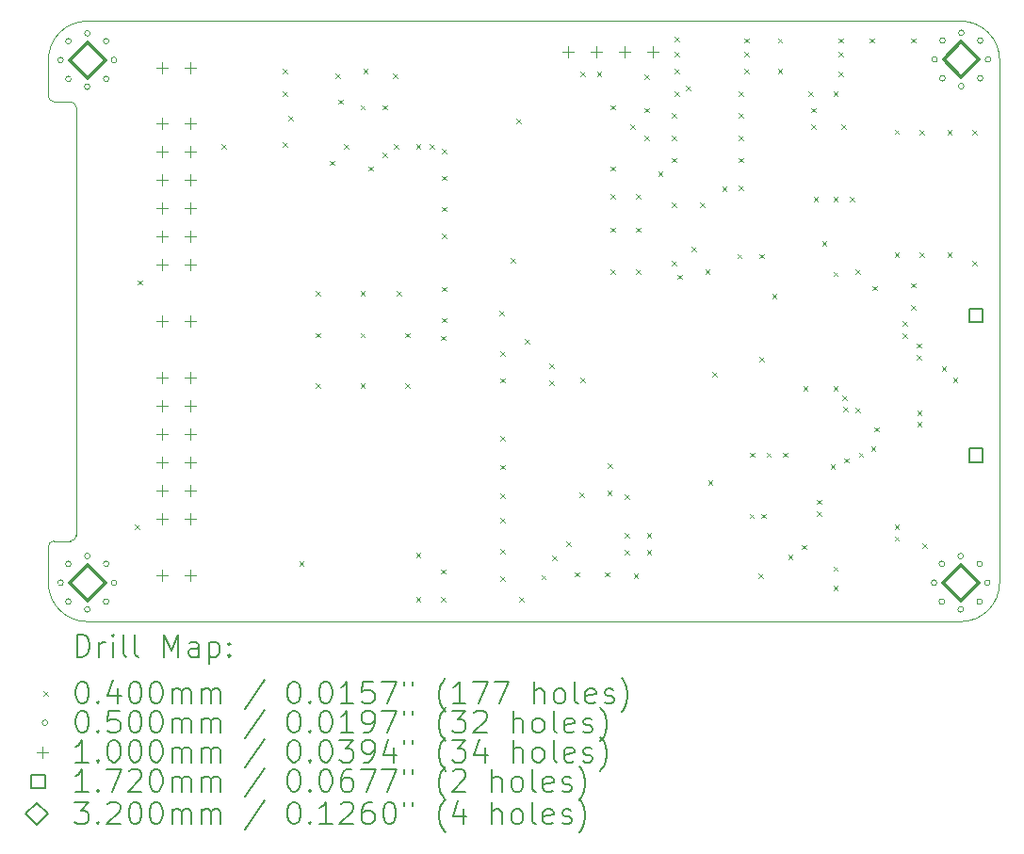
<source format=gbr>
%TF.GenerationSoftware,KiCad,Pcbnew,8.0.3-8.0.3-0~ubuntu22.04.1*%
%TF.CreationDate,2024-09-16T11:34:46+02:00*%
%TF.ProjectId,FT600_RP2040,46543630-305f-4525-9032-3034302e6b69,rev?*%
%TF.SameCoordinates,PX7735940PY61c06a0*%
%TF.FileFunction,Drillmap*%
%TF.FilePolarity,Positive*%
%FSLAX45Y45*%
G04 Gerber Fmt 4.5, Leading zero omitted, Abs format (unit mm)*
G04 Created by KiCad (PCBNEW 8.0.3-8.0.3-0~ubuntu22.04.1) date 2024-09-16 11:34:46*
%MOMM*%
%LPD*%
G01*
G04 APERTURE LIST*
%ADD10C,0.100000*%
%ADD11C,0.200000*%
%ADD12C,0.172000*%
%ADD13C,0.320000*%
G04 APERTURE END LIST*
D10*
X200000Y4675000D02*
G75*
G02*
X250000Y4625000I0J-50000D01*
G01*
X0Y350000D02*
X0Y675000D01*
X0Y5050000D02*
X0Y4725000D01*
X350000Y0D02*
G75*
G02*
X0Y350000I0J350000D01*
G01*
X250000Y775000D02*
G75*
G02*
X200000Y725000I-50000J0D01*
G01*
X0Y675000D02*
G75*
G02*
X50000Y725000I50000J0D01*
G01*
X250000Y4625000D02*
X250000Y775000D01*
X0Y5050000D02*
G75*
G02*
X350000Y5400000I350000J0D01*
G01*
X8200000Y5400000D02*
G75*
G02*
X8550000Y5050000I0J-350000D01*
G01*
X350000Y5400000D02*
X8200000Y5400000D01*
X8200000Y0D02*
X350000Y0D01*
X8550000Y350000D02*
G75*
G02*
X8200000Y0I-350000J0D01*
G01*
X8550000Y5050000D02*
X8550000Y350000D01*
X50000Y4675000D02*
G75*
G02*
X0Y4725000I0J50000D01*
G01*
X50000Y4675000D02*
X200000Y4675000D01*
X200000Y725000D02*
X50000Y725000D01*
D11*
D10*
X780000Y870000D02*
X820000Y830000D01*
X820000Y870000D02*
X780000Y830000D01*
X805000Y3070000D02*
X845000Y3030000D01*
X845000Y3070000D02*
X805000Y3030000D01*
X1555000Y4295000D02*
X1595000Y4255000D01*
X1595000Y4295000D02*
X1555000Y4255000D01*
X2105000Y4970000D02*
X2145000Y4930000D01*
X2145000Y4970000D02*
X2105000Y4930000D01*
X2105000Y4770000D02*
X2145000Y4730000D01*
X2145000Y4770000D02*
X2105000Y4730000D01*
X2105000Y4310000D02*
X2145000Y4270000D01*
X2145000Y4310000D02*
X2105000Y4270000D01*
X2155000Y4545000D02*
X2195000Y4505000D01*
X2195000Y4545000D02*
X2155000Y4505000D01*
X2255000Y545000D02*
X2295000Y505000D01*
X2295000Y545000D02*
X2255000Y505000D01*
X2405000Y2970000D02*
X2445000Y2930000D01*
X2445000Y2970000D02*
X2405000Y2930000D01*
X2405000Y2595000D02*
X2445000Y2555000D01*
X2445000Y2595000D02*
X2405000Y2555000D01*
X2405000Y2145000D02*
X2445000Y2105000D01*
X2445000Y2145000D02*
X2405000Y2105000D01*
X2530000Y4145000D02*
X2570000Y4105000D01*
X2570000Y4145000D02*
X2530000Y4105000D01*
X2580000Y4930000D02*
X2620000Y4890000D01*
X2620000Y4930000D02*
X2580000Y4890000D01*
X2605000Y4695000D02*
X2645000Y4655000D01*
X2645000Y4695000D02*
X2605000Y4655000D01*
X2655000Y4295000D02*
X2695000Y4255000D01*
X2695000Y4295000D02*
X2655000Y4255000D01*
X2805000Y4645000D02*
X2845000Y4605000D01*
X2845000Y4645000D02*
X2805000Y4605000D01*
X2805000Y2970000D02*
X2845000Y2930000D01*
X2845000Y2970000D02*
X2805000Y2930000D01*
X2805000Y2595000D02*
X2845000Y2555000D01*
X2845000Y2595000D02*
X2805000Y2555000D01*
X2805000Y2145000D02*
X2845000Y2105000D01*
X2845000Y2145000D02*
X2805000Y2105000D01*
X2830000Y4970000D02*
X2870000Y4930000D01*
X2870000Y4970000D02*
X2830000Y4930000D01*
X2880000Y4095000D02*
X2920000Y4055000D01*
X2920000Y4095000D02*
X2880000Y4055000D01*
X3005000Y4645000D02*
X3045000Y4605000D01*
X3045000Y4645000D02*
X3005000Y4605000D01*
X3005000Y4220000D02*
X3045000Y4180000D01*
X3045000Y4220000D02*
X3005000Y4180000D01*
X3100000Y4930000D02*
X3140000Y4890000D01*
X3140000Y4930000D02*
X3100000Y4890000D01*
X3105000Y4295000D02*
X3145000Y4255000D01*
X3145000Y4295000D02*
X3105000Y4255000D01*
X3130000Y2970000D02*
X3170000Y2930000D01*
X3170000Y2970000D02*
X3130000Y2930000D01*
X3205000Y2595000D02*
X3245000Y2555000D01*
X3245000Y2595000D02*
X3205000Y2555000D01*
X3205000Y2145000D02*
X3245000Y2105000D01*
X3245000Y2145000D02*
X3205000Y2105000D01*
X3305000Y4295000D02*
X3345000Y4255000D01*
X3345000Y4295000D02*
X3305000Y4255000D01*
X3305000Y620000D02*
X3345000Y580000D01*
X3345000Y620000D02*
X3305000Y580000D01*
X3305000Y220000D02*
X3345000Y180000D01*
X3345000Y220000D02*
X3305000Y180000D01*
X3430000Y4295000D02*
X3470000Y4255000D01*
X3470000Y4295000D02*
X3430000Y4255000D01*
X3530000Y2570000D02*
X3570000Y2530000D01*
X3570000Y2570000D02*
X3530000Y2530000D01*
X3530000Y470000D02*
X3570000Y430000D01*
X3570000Y470000D02*
X3530000Y430000D01*
X3530000Y220000D02*
X3570000Y180000D01*
X3570000Y220000D02*
X3530000Y180000D01*
X3540000Y4250000D02*
X3580000Y4210000D01*
X3580000Y4250000D02*
X3540000Y4210000D01*
X3540000Y4010000D02*
X3580000Y3970000D01*
X3580000Y4010000D02*
X3540000Y3970000D01*
X3540000Y3730000D02*
X3580000Y3690000D01*
X3580000Y3730000D02*
X3540000Y3690000D01*
X3540000Y3490000D02*
X3580000Y3450000D01*
X3580000Y3490000D02*
X3540000Y3450000D01*
X3540000Y3010000D02*
X3580000Y2970000D01*
X3580000Y3010000D02*
X3540000Y2970000D01*
X3540000Y2730000D02*
X3580000Y2690000D01*
X3580000Y2730000D02*
X3540000Y2690000D01*
X4055000Y2795000D02*
X4095000Y2755000D01*
X4095000Y2795000D02*
X4055000Y2755000D01*
X4060000Y2430000D02*
X4100000Y2390000D01*
X4100000Y2430000D02*
X4060000Y2390000D01*
X4060000Y2190000D02*
X4100000Y2150000D01*
X4100000Y2190000D02*
X4060000Y2150000D01*
X4060000Y1670000D02*
X4100000Y1630000D01*
X4100000Y1670000D02*
X4060000Y1630000D01*
X4060000Y1410000D02*
X4100000Y1370000D01*
X4100000Y1410000D02*
X4060000Y1370000D01*
X4060000Y1150000D02*
X4100000Y1110000D01*
X4100000Y1150000D02*
X4060000Y1110000D01*
X4060000Y930000D02*
X4100000Y890000D01*
X4100000Y930000D02*
X4060000Y890000D01*
X4060000Y650000D02*
X4100000Y610000D01*
X4100000Y650000D02*
X4060000Y610000D01*
X4060000Y410000D02*
X4100000Y370000D01*
X4100000Y410000D02*
X4060000Y370000D01*
X4155000Y3270000D02*
X4195000Y3230000D01*
X4195000Y3270000D02*
X4155000Y3230000D01*
X4205000Y4520000D02*
X4245000Y4480000D01*
X4245000Y4520000D02*
X4205000Y4480000D01*
X4230000Y220000D02*
X4270000Y180000D01*
X4270000Y220000D02*
X4230000Y180000D01*
X4285000Y2542500D02*
X4325000Y2502500D01*
X4325000Y2542500D02*
X4285000Y2502500D01*
X4430000Y420000D02*
X4470000Y380000D01*
X4470000Y420000D02*
X4430000Y380000D01*
X4505000Y2320000D02*
X4545000Y2280000D01*
X4545000Y2320000D02*
X4505000Y2280000D01*
X4505000Y2170000D02*
X4545000Y2130000D01*
X4545000Y2170000D02*
X4505000Y2130000D01*
X4530000Y595000D02*
X4570000Y555000D01*
X4570000Y595000D02*
X4530000Y555000D01*
X4655000Y720000D02*
X4695000Y680000D01*
X4695000Y720000D02*
X4655000Y680000D01*
X4730000Y445000D02*
X4770000Y405000D01*
X4770000Y445000D02*
X4730000Y405000D01*
X4775000Y1160000D02*
X4815000Y1120000D01*
X4815000Y1160000D02*
X4775000Y1120000D01*
X4780000Y4945000D02*
X4820000Y4905000D01*
X4820000Y4945000D02*
X4780000Y4905000D01*
X4780000Y2195000D02*
X4820000Y2155000D01*
X4820000Y2195000D02*
X4780000Y2155000D01*
X4930000Y4945000D02*
X4970000Y4905000D01*
X4970000Y4945000D02*
X4930000Y4905000D01*
X5005000Y445000D02*
X5045000Y405000D01*
X5045000Y445000D02*
X5005000Y405000D01*
X5022500Y1175000D02*
X5062500Y1135000D01*
X5062500Y1175000D02*
X5022500Y1135000D01*
X5030000Y1425000D02*
X5070000Y1385000D01*
X5070000Y1425000D02*
X5030000Y1385000D01*
X5055000Y4645000D02*
X5095000Y4605000D01*
X5095000Y4645000D02*
X5055000Y4605000D01*
X5055000Y4095000D02*
X5095000Y4055000D01*
X5095000Y4095000D02*
X5055000Y4055000D01*
X5055000Y3845000D02*
X5095000Y3805000D01*
X5095000Y3845000D02*
X5055000Y3805000D01*
X5055000Y3545000D02*
X5095000Y3505000D01*
X5095000Y3545000D02*
X5055000Y3505000D01*
X5055000Y3170000D02*
X5095000Y3130000D01*
X5095000Y3170000D02*
X5055000Y3130000D01*
X5180000Y1145000D02*
X5220000Y1105000D01*
X5220000Y1145000D02*
X5180000Y1105000D01*
X5180000Y795000D02*
X5220000Y755000D01*
X5220000Y795000D02*
X5180000Y755000D01*
X5180000Y645000D02*
X5220000Y605000D01*
X5220000Y645000D02*
X5180000Y605000D01*
X5230000Y4470000D02*
X5270000Y4430000D01*
X5270000Y4470000D02*
X5230000Y4430000D01*
X5260000Y430000D02*
X5300000Y390000D01*
X5300000Y430000D02*
X5260000Y390000D01*
X5280000Y3845000D02*
X5320000Y3805000D01*
X5320000Y3845000D02*
X5280000Y3805000D01*
X5280000Y3545000D02*
X5320000Y3505000D01*
X5320000Y3545000D02*
X5280000Y3505000D01*
X5280000Y3170000D02*
X5320000Y3130000D01*
X5320000Y3170000D02*
X5280000Y3130000D01*
X5355000Y4920000D02*
X5395000Y4880000D01*
X5395000Y4920000D02*
X5355000Y4880000D01*
X5355000Y4620000D02*
X5395000Y4580000D01*
X5395000Y4620000D02*
X5355000Y4580000D01*
X5355000Y4370000D02*
X5395000Y4330000D01*
X5395000Y4370000D02*
X5355000Y4330000D01*
X5380000Y795000D02*
X5420000Y755000D01*
X5420000Y795000D02*
X5380000Y755000D01*
X5380000Y645000D02*
X5420000Y605000D01*
X5420000Y645000D02*
X5380000Y605000D01*
X5480000Y4045000D02*
X5520000Y4005000D01*
X5520000Y4045000D02*
X5480000Y4005000D01*
X5605000Y4570000D02*
X5645000Y4530000D01*
X5645000Y4570000D02*
X5605000Y4530000D01*
X5605000Y4370000D02*
X5645000Y4330000D01*
X5645000Y4370000D02*
X5605000Y4330000D01*
X5605000Y4170000D02*
X5645000Y4130000D01*
X5645000Y4170000D02*
X5605000Y4130000D01*
X5605000Y3770000D02*
X5645000Y3730000D01*
X5645000Y3770000D02*
X5605000Y3730000D01*
X5605000Y3245000D02*
X5645000Y3205000D01*
X5645000Y3245000D02*
X5605000Y3205000D01*
X5630000Y5260000D02*
X5670000Y5220000D01*
X5670000Y5260000D02*
X5630000Y5220000D01*
X5630000Y5120000D02*
X5670000Y5080000D01*
X5670000Y5120000D02*
X5630000Y5080000D01*
X5630000Y4970000D02*
X5670000Y4930000D01*
X5670000Y4970000D02*
X5630000Y4930000D01*
X5630000Y4770000D02*
X5670000Y4730000D01*
X5670000Y4770000D02*
X5630000Y4730000D01*
X5655000Y3120000D02*
X5695000Y3080000D01*
X5695000Y3120000D02*
X5655000Y3080000D01*
X5730000Y4820000D02*
X5770000Y4780000D01*
X5770000Y4820000D02*
X5730000Y4780000D01*
X5780000Y3370000D02*
X5820000Y3330000D01*
X5820000Y3370000D02*
X5780000Y3330000D01*
X5855000Y3770000D02*
X5895000Y3730000D01*
X5895000Y3770000D02*
X5855000Y3730000D01*
X5905000Y3170000D02*
X5945000Y3130000D01*
X5945000Y3170000D02*
X5905000Y3130000D01*
X5930000Y1270000D02*
X5970000Y1230000D01*
X5970000Y1270000D02*
X5930000Y1230000D01*
X5970000Y2245000D02*
X6010000Y2205000D01*
X6010000Y2245000D02*
X5970000Y2205000D01*
X6057500Y3912500D02*
X6097500Y3872500D01*
X6097500Y3912500D02*
X6057500Y3872500D01*
X6192500Y3307500D02*
X6232500Y3267500D01*
X6232500Y3307500D02*
X6192500Y3267500D01*
X6205000Y4770000D02*
X6245000Y4730000D01*
X6245000Y4770000D02*
X6205000Y4730000D01*
X6205000Y4570000D02*
X6245000Y4530000D01*
X6245000Y4570000D02*
X6205000Y4530000D01*
X6205000Y4370000D02*
X6245000Y4330000D01*
X6245000Y4370000D02*
X6205000Y4330000D01*
X6205000Y4170000D02*
X6245000Y4130000D01*
X6245000Y4170000D02*
X6205000Y4130000D01*
X6205000Y3920000D02*
X6245000Y3880000D01*
X6245000Y3920000D02*
X6205000Y3880000D01*
X6255000Y5245000D02*
X6295000Y5205000D01*
X6295000Y5245000D02*
X6255000Y5205000D01*
X6255000Y5120000D02*
X6295000Y5080000D01*
X6295000Y5120000D02*
X6255000Y5080000D01*
X6255000Y4970000D02*
X6295000Y4930000D01*
X6295000Y4970000D02*
X6255000Y4930000D01*
X6302500Y970000D02*
X6342500Y930000D01*
X6342500Y970000D02*
X6302500Y930000D01*
X6305000Y1520000D02*
X6345000Y1480000D01*
X6345000Y1520000D02*
X6305000Y1480000D01*
X6380000Y430000D02*
X6420000Y390000D01*
X6420000Y430000D02*
X6380000Y390000D01*
X6390000Y2382500D02*
X6430000Y2342500D01*
X6430000Y2382500D02*
X6390000Y2342500D01*
X6392500Y3307500D02*
X6432500Y3267500D01*
X6432500Y3307500D02*
X6392500Y3267500D01*
X6407500Y970000D02*
X6447500Y930000D01*
X6447500Y970000D02*
X6407500Y930000D01*
X6455000Y1520000D02*
X6495000Y1480000D01*
X6495000Y1520000D02*
X6455000Y1480000D01*
X6505000Y2945000D02*
X6545000Y2905000D01*
X6545000Y2945000D02*
X6505000Y2905000D01*
X6555000Y5245000D02*
X6595000Y5205000D01*
X6595000Y5245000D02*
X6555000Y5205000D01*
X6555000Y4970000D02*
X6595000Y4930000D01*
X6595000Y4970000D02*
X6555000Y4930000D01*
X6605000Y1520000D02*
X6645000Y1480000D01*
X6645000Y1520000D02*
X6605000Y1480000D01*
X6650000Y600000D02*
X6690000Y560000D01*
X6690000Y600000D02*
X6650000Y560000D01*
X6775000Y690000D02*
X6815000Y650000D01*
X6815000Y690000D02*
X6775000Y650000D01*
X6785000Y2117500D02*
X6825000Y2077500D01*
X6825000Y2117500D02*
X6785000Y2077500D01*
X6832500Y4767500D02*
X6872500Y4727500D01*
X6872500Y4767500D02*
X6832500Y4727500D01*
X6855000Y4620000D02*
X6895000Y4580000D01*
X6895000Y4620000D02*
X6855000Y4580000D01*
X6855000Y4470000D02*
X6895000Y4430000D01*
X6895000Y4470000D02*
X6855000Y4430000D01*
X6877500Y3817500D02*
X6917500Y3777500D01*
X6917500Y3817500D02*
X6877500Y3777500D01*
X6905000Y1097500D02*
X6945000Y1057500D01*
X6945000Y1097500D02*
X6905000Y1057500D01*
X6905000Y992500D02*
X6945000Y952500D01*
X6945000Y992500D02*
X6905000Y952500D01*
X6955000Y3420000D02*
X6995000Y3380000D01*
X6995000Y3420000D02*
X6955000Y3380000D01*
X7030000Y1417500D02*
X7070000Y1377500D01*
X7070000Y1417500D02*
X7030000Y1377500D01*
X7055000Y4770000D02*
X7095000Y4730000D01*
X7095000Y4770000D02*
X7055000Y4730000D01*
X7055000Y3820000D02*
X7095000Y3780000D01*
X7095000Y3820000D02*
X7055000Y3780000D01*
X7055000Y3145000D02*
X7095000Y3105000D01*
X7095000Y3145000D02*
X7055000Y3105000D01*
X7055000Y2120000D02*
X7095000Y2080000D01*
X7095000Y2120000D02*
X7055000Y2080000D01*
X7055000Y495000D02*
X7095000Y455000D01*
X7095000Y495000D02*
X7055000Y455000D01*
X7055000Y320000D02*
X7095000Y280000D01*
X7095000Y320000D02*
X7055000Y280000D01*
X7105000Y5245000D02*
X7145000Y5205000D01*
X7145000Y5245000D02*
X7105000Y5205000D01*
X7105000Y5120000D02*
X7145000Y5080000D01*
X7145000Y5120000D02*
X7105000Y5080000D01*
X7105000Y4945000D02*
X7145000Y4905000D01*
X7145000Y4945000D02*
X7105000Y4905000D01*
X7130000Y4470000D02*
X7170000Y4430000D01*
X7170000Y4470000D02*
X7130000Y4430000D01*
X7135000Y2035000D02*
X7175000Y1995000D01*
X7175000Y2035000D02*
X7135000Y1995000D01*
X7147500Y1930000D02*
X7187500Y1890000D01*
X7187500Y1930000D02*
X7147500Y1890000D01*
X7155000Y1470000D02*
X7195000Y1430000D01*
X7195000Y1470000D02*
X7155000Y1430000D01*
X7205000Y3820000D02*
X7245000Y3780000D01*
X7245000Y3820000D02*
X7205000Y3780000D01*
X7255000Y3170000D02*
X7295000Y3130000D01*
X7295000Y3170000D02*
X7255000Y3130000D01*
X7255000Y1925000D02*
X7295000Y1885000D01*
X7295000Y1925000D02*
X7255000Y1885000D01*
X7285000Y1520000D02*
X7325000Y1480000D01*
X7325000Y1520000D02*
X7285000Y1480000D01*
X7380000Y5245000D02*
X7420000Y5205000D01*
X7420000Y5245000D02*
X7380000Y5205000D01*
X7395000Y1575000D02*
X7435000Y1535000D01*
X7435000Y1575000D02*
X7395000Y1535000D01*
X7405000Y3020000D02*
X7445000Y2980000D01*
X7445000Y3020000D02*
X7405000Y2980000D01*
X7425000Y1750000D02*
X7465000Y1710000D01*
X7465000Y1750000D02*
X7425000Y1710000D01*
X7605000Y4425000D02*
X7645000Y4385000D01*
X7645000Y4425000D02*
X7605000Y4385000D01*
X7605000Y3320000D02*
X7645000Y3280000D01*
X7645000Y3320000D02*
X7605000Y3280000D01*
X7605000Y872500D02*
X7645000Y832500D01*
X7645000Y872500D02*
X7605000Y832500D01*
X7605000Y767500D02*
X7645000Y727500D01*
X7645000Y767500D02*
X7605000Y727500D01*
X7680000Y2698500D02*
X7720000Y2658500D01*
X7720000Y2698500D02*
X7680000Y2658500D01*
X7680000Y2593500D02*
X7720000Y2553500D01*
X7720000Y2593500D02*
X7680000Y2553500D01*
X7755000Y5245000D02*
X7795000Y5205000D01*
X7795000Y5245000D02*
X7755000Y5205000D01*
X7755000Y3045000D02*
X7795000Y3005000D01*
X7795000Y3045000D02*
X7755000Y3005000D01*
X7755000Y2845000D02*
X7795000Y2805000D01*
X7795000Y2845000D02*
X7755000Y2805000D01*
X7805000Y2503500D02*
X7845000Y2463500D01*
X7845000Y2503500D02*
X7805000Y2463500D01*
X7805000Y2398500D02*
X7845000Y2358500D01*
X7845000Y2398500D02*
X7805000Y2358500D01*
X7810000Y1898500D02*
X7850000Y1858500D01*
X7850000Y1898500D02*
X7810000Y1858500D01*
X7810000Y1793500D02*
X7850000Y1753500D01*
X7850000Y1793500D02*
X7810000Y1753500D01*
X7830000Y4420000D02*
X7870000Y4380000D01*
X7870000Y4420000D02*
X7830000Y4380000D01*
X7830000Y3320000D02*
X7870000Y3280000D01*
X7870000Y3320000D02*
X7830000Y3280000D01*
X7855000Y702500D02*
X7895000Y662500D01*
X7895000Y702500D02*
X7855000Y662500D01*
X8030000Y2295000D02*
X8070000Y2255000D01*
X8070000Y2295000D02*
X8030000Y2255000D01*
X8080000Y4420000D02*
X8120000Y4380000D01*
X8120000Y4420000D02*
X8080000Y4380000D01*
X8080000Y3320000D02*
X8120000Y3280000D01*
X8120000Y3320000D02*
X8080000Y3280000D01*
X8130000Y2195000D02*
X8170000Y2155000D01*
X8170000Y2195000D02*
X8130000Y2155000D01*
X8305000Y4420000D02*
X8345000Y4380000D01*
X8345000Y4420000D02*
X8305000Y4380000D01*
X8305000Y3245000D02*
X8345000Y3205000D01*
X8345000Y3245000D02*
X8305000Y3205000D01*
X135000Y5050000D02*
G75*
G02*
X85000Y5050000I-25000J0D01*
G01*
X85000Y5050000D02*
G75*
G02*
X135000Y5050000I25000J0D01*
G01*
X135000Y350000D02*
G75*
G02*
X85000Y350000I-25000J0D01*
G01*
X85000Y350000D02*
G75*
G02*
X135000Y350000I25000J0D01*
G01*
X205294Y5219706D02*
G75*
G02*
X155294Y5219706I-25000J0D01*
G01*
X155294Y5219706D02*
G75*
G02*
X205294Y5219706I25000J0D01*
G01*
X205294Y4880294D02*
G75*
G02*
X155294Y4880294I-25000J0D01*
G01*
X155294Y4880294D02*
G75*
G02*
X205294Y4880294I25000J0D01*
G01*
X205294Y519706D02*
G75*
G02*
X155294Y519706I-25000J0D01*
G01*
X155294Y519706D02*
G75*
G02*
X205294Y519706I25000J0D01*
G01*
X205294Y180294D02*
G75*
G02*
X155294Y180294I-25000J0D01*
G01*
X155294Y180294D02*
G75*
G02*
X205294Y180294I25000J0D01*
G01*
X375000Y5290000D02*
G75*
G02*
X325000Y5290000I-25000J0D01*
G01*
X325000Y5290000D02*
G75*
G02*
X375000Y5290000I25000J0D01*
G01*
X375000Y4810000D02*
G75*
G02*
X325000Y4810000I-25000J0D01*
G01*
X325000Y4810000D02*
G75*
G02*
X375000Y4810000I25000J0D01*
G01*
X375000Y590000D02*
G75*
G02*
X325000Y590000I-25000J0D01*
G01*
X325000Y590000D02*
G75*
G02*
X375000Y590000I25000J0D01*
G01*
X375000Y110000D02*
G75*
G02*
X325000Y110000I-25000J0D01*
G01*
X325000Y110000D02*
G75*
G02*
X375000Y110000I25000J0D01*
G01*
X544706Y5219706D02*
G75*
G02*
X494706Y5219706I-25000J0D01*
G01*
X494706Y5219706D02*
G75*
G02*
X544706Y5219706I25000J0D01*
G01*
X544706Y4880294D02*
G75*
G02*
X494706Y4880294I-25000J0D01*
G01*
X494706Y4880294D02*
G75*
G02*
X544706Y4880294I25000J0D01*
G01*
X544706Y519706D02*
G75*
G02*
X494706Y519706I-25000J0D01*
G01*
X494706Y519706D02*
G75*
G02*
X544706Y519706I25000J0D01*
G01*
X544706Y180294D02*
G75*
G02*
X494706Y180294I-25000J0D01*
G01*
X494706Y180294D02*
G75*
G02*
X544706Y180294I25000J0D01*
G01*
X615000Y5050000D02*
G75*
G02*
X565000Y5050000I-25000J0D01*
G01*
X565000Y5050000D02*
G75*
G02*
X615000Y5050000I25000J0D01*
G01*
X615000Y350000D02*
G75*
G02*
X565000Y350000I-25000J0D01*
G01*
X565000Y350000D02*
G75*
G02*
X615000Y350000I25000J0D01*
G01*
X7985000Y350000D02*
G75*
G02*
X7935000Y350000I-25000J0D01*
G01*
X7935000Y350000D02*
G75*
G02*
X7985000Y350000I25000J0D01*
G01*
X7990294Y5055294D02*
G75*
G02*
X7940294Y5055294I-25000J0D01*
G01*
X7940294Y5055294D02*
G75*
G02*
X7990294Y5055294I25000J0D01*
G01*
X8055294Y519706D02*
G75*
G02*
X8005294Y519706I-25000J0D01*
G01*
X8005294Y519706D02*
G75*
G02*
X8055294Y519706I25000J0D01*
G01*
X8055294Y180294D02*
G75*
G02*
X8005294Y180294I-25000J0D01*
G01*
X8005294Y180294D02*
G75*
G02*
X8055294Y180294I25000J0D01*
G01*
X8060589Y5225000D02*
G75*
G02*
X8010589Y5225000I-25000J0D01*
G01*
X8010589Y5225000D02*
G75*
G02*
X8060589Y5225000I25000J0D01*
G01*
X8060589Y4885589D02*
G75*
G02*
X8010589Y4885589I-25000J0D01*
G01*
X8010589Y4885589D02*
G75*
G02*
X8060589Y4885589I25000J0D01*
G01*
X8225000Y590000D02*
G75*
G02*
X8175000Y590000I-25000J0D01*
G01*
X8175000Y590000D02*
G75*
G02*
X8225000Y590000I25000J0D01*
G01*
X8225000Y110000D02*
G75*
G02*
X8175000Y110000I-25000J0D01*
G01*
X8175000Y110000D02*
G75*
G02*
X8225000Y110000I25000J0D01*
G01*
X8230294Y5295294D02*
G75*
G02*
X8180294Y5295294I-25000J0D01*
G01*
X8180294Y5295294D02*
G75*
G02*
X8230294Y5295294I25000J0D01*
G01*
X8230294Y4815294D02*
G75*
G02*
X8180294Y4815294I-25000J0D01*
G01*
X8180294Y4815294D02*
G75*
G02*
X8230294Y4815294I25000J0D01*
G01*
X8394706Y519706D02*
G75*
G02*
X8344706Y519706I-25000J0D01*
G01*
X8344706Y519706D02*
G75*
G02*
X8394706Y519706I25000J0D01*
G01*
X8394706Y180294D02*
G75*
G02*
X8344706Y180294I-25000J0D01*
G01*
X8344706Y180294D02*
G75*
G02*
X8394706Y180294I25000J0D01*
G01*
X8400000Y5225000D02*
G75*
G02*
X8350000Y5225000I-25000J0D01*
G01*
X8350000Y5225000D02*
G75*
G02*
X8400000Y5225000I25000J0D01*
G01*
X8400000Y4885589D02*
G75*
G02*
X8350000Y4885589I-25000J0D01*
G01*
X8350000Y4885589D02*
G75*
G02*
X8400000Y4885589I25000J0D01*
G01*
X8465000Y350000D02*
G75*
G02*
X8415000Y350000I-25000J0D01*
G01*
X8415000Y350000D02*
G75*
G02*
X8465000Y350000I25000J0D01*
G01*
X8470294Y5055294D02*
G75*
G02*
X8420294Y5055294I-25000J0D01*
G01*
X8420294Y5055294D02*
G75*
G02*
X8470294Y5055294I25000J0D01*
G01*
X1022500Y5033000D02*
X1022500Y4933000D01*
X972500Y4983000D02*
X1072500Y4983000D01*
X1022500Y2750000D02*
X1022500Y2650000D01*
X972500Y2700000D02*
X1072500Y2700000D01*
X1022500Y467000D02*
X1022500Y367000D01*
X972500Y417000D02*
X1072500Y417000D01*
X1025000Y4528000D02*
X1025000Y4428000D01*
X975000Y4478000D02*
X1075000Y4478000D01*
X1025000Y4274000D02*
X1025000Y4174000D01*
X975000Y4224000D02*
X1075000Y4224000D01*
X1025000Y4020000D02*
X1025000Y3920000D01*
X975000Y3970000D02*
X1075000Y3970000D01*
X1025000Y3766000D02*
X1025000Y3666000D01*
X975000Y3716000D02*
X1075000Y3716000D01*
X1025000Y3512000D02*
X1025000Y3412000D01*
X975000Y3462000D02*
X1075000Y3462000D01*
X1025000Y3258000D02*
X1025000Y3158000D01*
X975000Y3208000D02*
X1075000Y3208000D01*
X1025000Y2242000D02*
X1025000Y2142000D01*
X975000Y2192000D02*
X1075000Y2192000D01*
X1025000Y1988000D02*
X1025000Y1888000D01*
X975000Y1938000D02*
X1075000Y1938000D01*
X1025000Y1734000D02*
X1025000Y1634000D01*
X975000Y1684000D02*
X1075000Y1684000D01*
X1025000Y1480000D02*
X1025000Y1380000D01*
X975000Y1430000D02*
X1075000Y1430000D01*
X1025000Y1226000D02*
X1025000Y1126000D01*
X975000Y1176000D02*
X1075000Y1176000D01*
X1025000Y972000D02*
X1025000Y872000D01*
X975000Y922000D02*
X1075000Y922000D01*
X1276500Y5033000D02*
X1276500Y4933000D01*
X1226500Y4983000D02*
X1326500Y4983000D01*
X1276500Y2750000D02*
X1276500Y2650000D01*
X1226500Y2700000D02*
X1326500Y2700000D01*
X1276500Y467000D02*
X1276500Y367000D01*
X1226500Y417000D02*
X1326500Y417000D01*
X1279000Y4528000D02*
X1279000Y4428000D01*
X1229000Y4478000D02*
X1329000Y4478000D01*
X1279000Y4274000D02*
X1279000Y4174000D01*
X1229000Y4224000D02*
X1329000Y4224000D01*
X1279000Y4020000D02*
X1279000Y3920000D01*
X1229000Y3970000D02*
X1329000Y3970000D01*
X1279000Y3766000D02*
X1279000Y3666000D01*
X1229000Y3716000D02*
X1329000Y3716000D01*
X1279000Y3512000D02*
X1279000Y3412000D01*
X1229000Y3462000D02*
X1329000Y3462000D01*
X1279000Y3258000D02*
X1279000Y3158000D01*
X1229000Y3208000D02*
X1329000Y3208000D01*
X1279000Y2242000D02*
X1279000Y2142000D01*
X1229000Y2192000D02*
X1329000Y2192000D01*
X1279000Y1988000D02*
X1279000Y1888000D01*
X1229000Y1938000D02*
X1329000Y1938000D01*
X1279000Y1734000D02*
X1279000Y1634000D01*
X1229000Y1684000D02*
X1329000Y1684000D01*
X1279000Y1480000D02*
X1279000Y1380000D01*
X1229000Y1430000D02*
X1329000Y1430000D01*
X1279000Y1226000D02*
X1279000Y1126000D01*
X1229000Y1176000D02*
X1329000Y1176000D01*
X1279000Y972000D02*
X1279000Y872000D01*
X1229000Y922000D02*
X1329000Y922000D01*
X4670000Y5175000D02*
X4670000Y5075000D01*
X4620000Y5125000D02*
X4720000Y5125000D01*
X4924000Y5175000D02*
X4924000Y5075000D01*
X4874000Y5125000D02*
X4974000Y5125000D01*
X5178000Y5175000D02*
X5178000Y5075000D01*
X5128000Y5125000D02*
X5228000Y5125000D01*
X5432000Y5175000D02*
X5432000Y5075000D01*
X5382000Y5125000D02*
X5482000Y5125000D01*
D12*
X8395812Y2694188D02*
X8395812Y2815812D01*
X8274188Y2815812D01*
X8274188Y2694188D01*
X8395812Y2694188D01*
X8395812Y1434188D02*
X8395812Y1555812D01*
X8274188Y1555812D01*
X8274188Y1434188D01*
X8395812Y1434188D01*
D13*
X350000Y4890000D02*
X510000Y5050000D01*
X350000Y5210000D01*
X190000Y5050000D01*
X350000Y4890000D01*
X350000Y190000D02*
X510000Y350000D01*
X350000Y510000D01*
X190000Y350000D01*
X350000Y190000D01*
X8200000Y190000D02*
X8360000Y350000D01*
X8200000Y510000D01*
X8040000Y350000D01*
X8200000Y190000D01*
X8205294Y4895294D02*
X8365294Y5055294D01*
X8205294Y5215294D01*
X8045294Y5055294D01*
X8205294Y4895294D01*
D11*
X255777Y-316484D02*
X255777Y-116484D01*
X255777Y-116484D02*
X303396Y-116484D01*
X303396Y-116484D02*
X331967Y-126008D01*
X331967Y-126008D02*
X351015Y-145055D01*
X351015Y-145055D02*
X360539Y-164103D01*
X360539Y-164103D02*
X370062Y-202198D01*
X370062Y-202198D02*
X370062Y-230769D01*
X370062Y-230769D02*
X360539Y-268865D01*
X360539Y-268865D02*
X351015Y-287912D01*
X351015Y-287912D02*
X331967Y-306960D01*
X331967Y-306960D02*
X303396Y-316484D01*
X303396Y-316484D02*
X255777Y-316484D01*
X455777Y-316484D02*
X455777Y-183150D01*
X455777Y-221246D02*
X465301Y-202198D01*
X465301Y-202198D02*
X474824Y-192674D01*
X474824Y-192674D02*
X493872Y-183150D01*
X493872Y-183150D02*
X512920Y-183150D01*
X579586Y-316484D02*
X579586Y-183150D01*
X579586Y-116484D02*
X570063Y-126008D01*
X570063Y-126008D02*
X579586Y-135531D01*
X579586Y-135531D02*
X589110Y-126008D01*
X589110Y-126008D02*
X579586Y-116484D01*
X579586Y-116484D02*
X579586Y-135531D01*
X703396Y-316484D02*
X684348Y-306960D01*
X684348Y-306960D02*
X674824Y-287912D01*
X674824Y-287912D02*
X674824Y-116484D01*
X808158Y-316484D02*
X789110Y-306960D01*
X789110Y-306960D02*
X779586Y-287912D01*
X779586Y-287912D02*
X779586Y-116484D01*
X1036729Y-316484D02*
X1036729Y-116484D01*
X1036729Y-116484D02*
X1103396Y-259341D01*
X1103396Y-259341D02*
X1170063Y-116484D01*
X1170063Y-116484D02*
X1170063Y-316484D01*
X1351015Y-316484D02*
X1351015Y-211722D01*
X1351015Y-211722D02*
X1341491Y-192674D01*
X1341491Y-192674D02*
X1322444Y-183150D01*
X1322444Y-183150D02*
X1284348Y-183150D01*
X1284348Y-183150D02*
X1265301Y-192674D01*
X1351015Y-306960D02*
X1331967Y-316484D01*
X1331967Y-316484D02*
X1284348Y-316484D01*
X1284348Y-316484D02*
X1265301Y-306960D01*
X1265301Y-306960D02*
X1255777Y-287912D01*
X1255777Y-287912D02*
X1255777Y-268865D01*
X1255777Y-268865D02*
X1265301Y-249817D01*
X1265301Y-249817D02*
X1284348Y-240293D01*
X1284348Y-240293D02*
X1331967Y-240293D01*
X1331967Y-240293D02*
X1351015Y-230769D01*
X1446253Y-183150D02*
X1446253Y-383150D01*
X1446253Y-192674D02*
X1465301Y-183150D01*
X1465301Y-183150D02*
X1503396Y-183150D01*
X1503396Y-183150D02*
X1522443Y-192674D01*
X1522443Y-192674D02*
X1531967Y-202198D01*
X1531967Y-202198D02*
X1541491Y-221246D01*
X1541491Y-221246D02*
X1541491Y-278389D01*
X1541491Y-278389D02*
X1531967Y-297436D01*
X1531967Y-297436D02*
X1522443Y-306960D01*
X1522443Y-306960D02*
X1503396Y-316484D01*
X1503396Y-316484D02*
X1465301Y-316484D01*
X1465301Y-316484D02*
X1446253Y-306960D01*
X1627205Y-297436D02*
X1636729Y-306960D01*
X1636729Y-306960D02*
X1627205Y-316484D01*
X1627205Y-316484D02*
X1617682Y-306960D01*
X1617682Y-306960D02*
X1627205Y-297436D01*
X1627205Y-297436D02*
X1627205Y-316484D01*
X1627205Y-192674D02*
X1636729Y-202198D01*
X1636729Y-202198D02*
X1627205Y-211722D01*
X1627205Y-211722D02*
X1617682Y-202198D01*
X1617682Y-202198D02*
X1627205Y-192674D01*
X1627205Y-192674D02*
X1627205Y-211722D01*
D10*
X-45000Y-625000D02*
X-5000Y-665000D01*
X-5000Y-625000D02*
X-45000Y-665000D01*
D11*
X293872Y-536484D02*
X312920Y-536484D01*
X312920Y-536484D02*
X331967Y-546008D01*
X331967Y-546008D02*
X341491Y-555531D01*
X341491Y-555531D02*
X351015Y-574579D01*
X351015Y-574579D02*
X360539Y-612674D01*
X360539Y-612674D02*
X360539Y-660293D01*
X360539Y-660293D02*
X351015Y-698389D01*
X351015Y-698389D02*
X341491Y-717436D01*
X341491Y-717436D02*
X331967Y-726960D01*
X331967Y-726960D02*
X312920Y-736484D01*
X312920Y-736484D02*
X293872Y-736484D01*
X293872Y-736484D02*
X274824Y-726960D01*
X274824Y-726960D02*
X265301Y-717436D01*
X265301Y-717436D02*
X255777Y-698389D01*
X255777Y-698389D02*
X246253Y-660293D01*
X246253Y-660293D02*
X246253Y-612674D01*
X246253Y-612674D02*
X255777Y-574579D01*
X255777Y-574579D02*
X265301Y-555531D01*
X265301Y-555531D02*
X274824Y-546008D01*
X274824Y-546008D02*
X293872Y-536484D01*
X446253Y-717436D02*
X455777Y-726960D01*
X455777Y-726960D02*
X446253Y-736484D01*
X446253Y-736484D02*
X436729Y-726960D01*
X436729Y-726960D02*
X446253Y-717436D01*
X446253Y-717436D02*
X446253Y-736484D01*
X627205Y-603150D02*
X627205Y-736484D01*
X579586Y-526960D02*
X531967Y-669817D01*
X531967Y-669817D02*
X655777Y-669817D01*
X770062Y-536484D02*
X789110Y-536484D01*
X789110Y-536484D02*
X808158Y-546008D01*
X808158Y-546008D02*
X817682Y-555531D01*
X817682Y-555531D02*
X827205Y-574579D01*
X827205Y-574579D02*
X836729Y-612674D01*
X836729Y-612674D02*
X836729Y-660293D01*
X836729Y-660293D02*
X827205Y-698389D01*
X827205Y-698389D02*
X817682Y-717436D01*
X817682Y-717436D02*
X808158Y-726960D01*
X808158Y-726960D02*
X789110Y-736484D01*
X789110Y-736484D02*
X770062Y-736484D01*
X770062Y-736484D02*
X751015Y-726960D01*
X751015Y-726960D02*
X741491Y-717436D01*
X741491Y-717436D02*
X731967Y-698389D01*
X731967Y-698389D02*
X722443Y-660293D01*
X722443Y-660293D02*
X722443Y-612674D01*
X722443Y-612674D02*
X731967Y-574579D01*
X731967Y-574579D02*
X741491Y-555531D01*
X741491Y-555531D02*
X751015Y-546008D01*
X751015Y-546008D02*
X770062Y-536484D01*
X960539Y-536484D02*
X979586Y-536484D01*
X979586Y-536484D02*
X998634Y-546008D01*
X998634Y-546008D02*
X1008158Y-555531D01*
X1008158Y-555531D02*
X1017682Y-574579D01*
X1017682Y-574579D02*
X1027205Y-612674D01*
X1027205Y-612674D02*
X1027205Y-660293D01*
X1027205Y-660293D02*
X1017682Y-698389D01*
X1017682Y-698389D02*
X1008158Y-717436D01*
X1008158Y-717436D02*
X998634Y-726960D01*
X998634Y-726960D02*
X979586Y-736484D01*
X979586Y-736484D02*
X960539Y-736484D01*
X960539Y-736484D02*
X941491Y-726960D01*
X941491Y-726960D02*
X931967Y-717436D01*
X931967Y-717436D02*
X922443Y-698389D01*
X922443Y-698389D02*
X912920Y-660293D01*
X912920Y-660293D02*
X912920Y-612674D01*
X912920Y-612674D02*
X922443Y-574579D01*
X922443Y-574579D02*
X931967Y-555531D01*
X931967Y-555531D02*
X941491Y-546008D01*
X941491Y-546008D02*
X960539Y-536484D01*
X1112920Y-736484D02*
X1112920Y-603150D01*
X1112920Y-622198D02*
X1122444Y-612674D01*
X1122444Y-612674D02*
X1141491Y-603150D01*
X1141491Y-603150D02*
X1170063Y-603150D01*
X1170063Y-603150D02*
X1189110Y-612674D01*
X1189110Y-612674D02*
X1198634Y-631722D01*
X1198634Y-631722D02*
X1198634Y-736484D01*
X1198634Y-631722D02*
X1208158Y-612674D01*
X1208158Y-612674D02*
X1227205Y-603150D01*
X1227205Y-603150D02*
X1255777Y-603150D01*
X1255777Y-603150D02*
X1274825Y-612674D01*
X1274825Y-612674D02*
X1284348Y-631722D01*
X1284348Y-631722D02*
X1284348Y-736484D01*
X1379586Y-736484D02*
X1379586Y-603150D01*
X1379586Y-622198D02*
X1389110Y-612674D01*
X1389110Y-612674D02*
X1408158Y-603150D01*
X1408158Y-603150D02*
X1436729Y-603150D01*
X1436729Y-603150D02*
X1455777Y-612674D01*
X1455777Y-612674D02*
X1465301Y-631722D01*
X1465301Y-631722D02*
X1465301Y-736484D01*
X1465301Y-631722D02*
X1474824Y-612674D01*
X1474824Y-612674D02*
X1493872Y-603150D01*
X1493872Y-603150D02*
X1522443Y-603150D01*
X1522443Y-603150D02*
X1541491Y-612674D01*
X1541491Y-612674D02*
X1551015Y-631722D01*
X1551015Y-631722D02*
X1551015Y-736484D01*
X1941491Y-526960D02*
X1770063Y-784103D01*
X2198634Y-536484D02*
X2217682Y-536484D01*
X2217682Y-536484D02*
X2236729Y-546008D01*
X2236729Y-546008D02*
X2246253Y-555531D01*
X2246253Y-555531D02*
X2255777Y-574579D01*
X2255777Y-574579D02*
X2265301Y-612674D01*
X2265301Y-612674D02*
X2265301Y-660293D01*
X2265301Y-660293D02*
X2255777Y-698389D01*
X2255777Y-698389D02*
X2246253Y-717436D01*
X2246253Y-717436D02*
X2236729Y-726960D01*
X2236729Y-726960D02*
X2217682Y-736484D01*
X2217682Y-736484D02*
X2198634Y-736484D01*
X2198634Y-736484D02*
X2179587Y-726960D01*
X2179587Y-726960D02*
X2170063Y-717436D01*
X2170063Y-717436D02*
X2160539Y-698389D01*
X2160539Y-698389D02*
X2151015Y-660293D01*
X2151015Y-660293D02*
X2151015Y-612674D01*
X2151015Y-612674D02*
X2160539Y-574579D01*
X2160539Y-574579D02*
X2170063Y-555531D01*
X2170063Y-555531D02*
X2179587Y-546008D01*
X2179587Y-546008D02*
X2198634Y-536484D01*
X2351015Y-717436D02*
X2360539Y-726960D01*
X2360539Y-726960D02*
X2351015Y-736484D01*
X2351015Y-736484D02*
X2341491Y-726960D01*
X2341491Y-726960D02*
X2351015Y-717436D01*
X2351015Y-717436D02*
X2351015Y-736484D01*
X2484348Y-536484D02*
X2503396Y-536484D01*
X2503396Y-536484D02*
X2522444Y-546008D01*
X2522444Y-546008D02*
X2531968Y-555531D01*
X2531968Y-555531D02*
X2541491Y-574579D01*
X2541491Y-574579D02*
X2551015Y-612674D01*
X2551015Y-612674D02*
X2551015Y-660293D01*
X2551015Y-660293D02*
X2541491Y-698389D01*
X2541491Y-698389D02*
X2531968Y-717436D01*
X2531968Y-717436D02*
X2522444Y-726960D01*
X2522444Y-726960D02*
X2503396Y-736484D01*
X2503396Y-736484D02*
X2484348Y-736484D01*
X2484348Y-736484D02*
X2465301Y-726960D01*
X2465301Y-726960D02*
X2455777Y-717436D01*
X2455777Y-717436D02*
X2446253Y-698389D01*
X2446253Y-698389D02*
X2436729Y-660293D01*
X2436729Y-660293D02*
X2436729Y-612674D01*
X2436729Y-612674D02*
X2446253Y-574579D01*
X2446253Y-574579D02*
X2455777Y-555531D01*
X2455777Y-555531D02*
X2465301Y-546008D01*
X2465301Y-546008D02*
X2484348Y-536484D01*
X2741491Y-736484D02*
X2627206Y-736484D01*
X2684348Y-736484D02*
X2684348Y-536484D01*
X2684348Y-536484D02*
X2665301Y-565055D01*
X2665301Y-565055D02*
X2646253Y-584103D01*
X2646253Y-584103D02*
X2627206Y-593627D01*
X2922444Y-536484D02*
X2827206Y-536484D01*
X2827206Y-536484D02*
X2817682Y-631722D01*
X2817682Y-631722D02*
X2827206Y-622198D01*
X2827206Y-622198D02*
X2846253Y-612674D01*
X2846253Y-612674D02*
X2893872Y-612674D01*
X2893872Y-612674D02*
X2912920Y-622198D01*
X2912920Y-622198D02*
X2922444Y-631722D01*
X2922444Y-631722D02*
X2931967Y-650770D01*
X2931967Y-650770D02*
X2931967Y-698389D01*
X2931967Y-698389D02*
X2922444Y-717436D01*
X2922444Y-717436D02*
X2912920Y-726960D01*
X2912920Y-726960D02*
X2893872Y-736484D01*
X2893872Y-736484D02*
X2846253Y-736484D01*
X2846253Y-736484D02*
X2827206Y-726960D01*
X2827206Y-726960D02*
X2817682Y-717436D01*
X2998634Y-536484D02*
X3131967Y-536484D01*
X3131967Y-536484D02*
X3046253Y-736484D01*
X3198634Y-536484D02*
X3198634Y-574579D01*
X3274825Y-536484D02*
X3274825Y-574579D01*
X3570063Y-812674D02*
X3560539Y-803150D01*
X3560539Y-803150D02*
X3541491Y-774579D01*
X3541491Y-774579D02*
X3531968Y-755531D01*
X3531968Y-755531D02*
X3522444Y-726960D01*
X3522444Y-726960D02*
X3512920Y-679341D01*
X3512920Y-679341D02*
X3512920Y-641246D01*
X3512920Y-641246D02*
X3522444Y-593627D01*
X3522444Y-593627D02*
X3531968Y-565055D01*
X3531968Y-565055D02*
X3541491Y-546008D01*
X3541491Y-546008D02*
X3560539Y-517436D01*
X3560539Y-517436D02*
X3570063Y-507912D01*
X3751015Y-736484D02*
X3636729Y-736484D01*
X3693872Y-736484D02*
X3693872Y-536484D01*
X3693872Y-536484D02*
X3674825Y-565055D01*
X3674825Y-565055D02*
X3655777Y-584103D01*
X3655777Y-584103D02*
X3636729Y-593627D01*
X3817682Y-536484D02*
X3951015Y-536484D01*
X3951015Y-536484D02*
X3865301Y-736484D01*
X4008158Y-536484D02*
X4141491Y-536484D01*
X4141491Y-536484D02*
X4055777Y-736484D01*
X4370063Y-736484D02*
X4370063Y-536484D01*
X4455777Y-736484D02*
X4455777Y-631722D01*
X4455777Y-631722D02*
X4446253Y-612674D01*
X4446253Y-612674D02*
X4427206Y-603150D01*
X4427206Y-603150D02*
X4398634Y-603150D01*
X4398634Y-603150D02*
X4379587Y-612674D01*
X4379587Y-612674D02*
X4370063Y-622198D01*
X4579587Y-736484D02*
X4560539Y-726960D01*
X4560539Y-726960D02*
X4551015Y-717436D01*
X4551015Y-717436D02*
X4541492Y-698389D01*
X4541492Y-698389D02*
X4541492Y-641246D01*
X4541492Y-641246D02*
X4551015Y-622198D01*
X4551015Y-622198D02*
X4560539Y-612674D01*
X4560539Y-612674D02*
X4579587Y-603150D01*
X4579587Y-603150D02*
X4608158Y-603150D01*
X4608158Y-603150D02*
X4627206Y-612674D01*
X4627206Y-612674D02*
X4636730Y-622198D01*
X4636730Y-622198D02*
X4646253Y-641246D01*
X4646253Y-641246D02*
X4646253Y-698389D01*
X4646253Y-698389D02*
X4636730Y-717436D01*
X4636730Y-717436D02*
X4627206Y-726960D01*
X4627206Y-726960D02*
X4608158Y-736484D01*
X4608158Y-736484D02*
X4579587Y-736484D01*
X4760539Y-736484D02*
X4741492Y-726960D01*
X4741492Y-726960D02*
X4731968Y-707912D01*
X4731968Y-707912D02*
X4731968Y-536484D01*
X4912920Y-726960D02*
X4893873Y-736484D01*
X4893873Y-736484D02*
X4855777Y-736484D01*
X4855777Y-736484D02*
X4836730Y-726960D01*
X4836730Y-726960D02*
X4827206Y-707912D01*
X4827206Y-707912D02*
X4827206Y-631722D01*
X4827206Y-631722D02*
X4836730Y-612674D01*
X4836730Y-612674D02*
X4855777Y-603150D01*
X4855777Y-603150D02*
X4893873Y-603150D01*
X4893873Y-603150D02*
X4912920Y-612674D01*
X4912920Y-612674D02*
X4922444Y-631722D01*
X4922444Y-631722D02*
X4922444Y-650770D01*
X4922444Y-650770D02*
X4827206Y-669817D01*
X4998634Y-726960D02*
X5017682Y-736484D01*
X5017682Y-736484D02*
X5055777Y-736484D01*
X5055777Y-736484D02*
X5074825Y-726960D01*
X5074825Y-726960D02*
X5084349Y-707912D01*
X5084349Y-707912D02*
X5084349Y-698389D01*
X5084349Y-698389D02*
X5074825Y-679341D01*
X5074825Y-679341D02*
X5055777Y-669817D01*
X5055777Y-669817D02*
X5027206Y-669817D01*
X5027206Y-669817D02*
X5008158Y-660293D01*
X5008158Y-660293D02*
X4998634Y-641246D01*
X4998634Y-641246D02*
X4998634Y-631722D01*
X4998634Y-631722D02*
X5008158Y-612674D01*
X5008158Y-612674D02*
X5027206Y-603150D01*
X5027206Y-603150D02*
X5055777Y-603150D01*
X5055777Y-603150D02*
X5074825Y-612674D01*
X5151015Y-812674D02*
X5160539Y-803150D01*
X5160539Y-803150D02*
X5179587Y-774579D01*
X5179587Y-774579D02*
X5189111Y-755531D01*
X5189111Y-755531D02*
X5198634Y-726960D01*
X5198634Y-726960D02*
X5208158Y-679341D01*
X5208158Y-679341D02*
X5208158Y-641246D01*
X5208158Y-641246D02*
X5198634Y-593627D01*
X5198634Y-593627D02*
X5189111Y-565055D01*
X5189111Y-565055D02*
X5179587Y-546008D01*
X5179587Y-546008D02*
X5160539Y-517436D01*
X5160539Y-517436D02*
X5151015Y-507912D01*
D10*
X-5000Y-909000D02*
G75*
G02*
X-55000Y-909000I-25000J0D01*
G01*
X-55000Y-909000D02*
G75*
G02*
X-5000Y-909000I25000J0D01*
G01*
D11*
X293872Y-800484D02*
X312920Y-800484D01*
X312920Y-800484D02*
X331967Y-810008D01*
X331967Y-810008D02*
X341491Y-819531D01*
X341491Y-819531D02*
X351015Y-838579D01*
X351015Y-838579D02*
X360539Y-876674D01*
X360539Y-876674D02*
X360539Y-924293D01*
X360539Y-924293D02*
X351015Y-962388D01*
X351015Y-962388D02*
X341491Y-981436D01*
X341491Y-981436D02*
X331967Y-990960D01*
X331967Y-990960D02*
X312920Y-1000484D01*
X312920Y-1000484D02*
X293872Y-1000484D01*
X293872Y-1000484D02*
X274824Y-990960D01*
X274824Y-990960D02*
X265301Y-981436D01*
X265301Y-981436D02*
X255777Y-962388D01*
X255777Y-962388D02*
X246253Y-924293D01*
X246253Y-924293D02*
X246253Y-876674D01*
X246253Y-876674D02*
X255777Y-838579D01*
X255777Y-838579D02*
X265301Y-819531D01*
X265301Y-819531D02*
X274824Y-810008D01*
X274824Y-810008D02*
X293872Y-800484D01*
X446253Y-981436D02*
X455777Y-990960D01*
X455777Y-990960D02*
X446253Y-1000484D01*
X446253Y-1000484D02*
X436729Y-990960D01*
X436729Y-990960D02*
X446253Y-981436D01*
X446253Y-981436D02*
X446253Y-1000484D01*
X636729Y-800484D02*
X541491Y-800484D01*
X541491Y-800484D02*
X531967Y-895722D01*
X531967Y-895722D02*
X541491Y-886198D01*
X541491Y-886198D02*
X560539Y-876674D01*
X560539Y-876674D02*
X608158Y-876674D01*
X608158Y-876674D02*
X627205Y-886198D01*
X627205Y-886198D02*
X636729Y-895722D01*
X636729Y-895722D02*
X646253Y-914769D01*
X646253Y-914769D02*
X646253Y-962388D01*
X646253Y-962388D02*
X636729Y-981436D01*
X636729Y-981436D02*
X627205Y-990960D01*
X627205Y-990960D02*
X608158Y-1000484D01*
X608158Y-1000484D02*
X560539Y-1000484D01*
X560539Y-1000484D02*
X541491Y-990960D01*
X541491Y-990960D02*
X531967Y-981436D01*
X770062Y-800484D02*
X789110Y-800484D01*
X789110Y-800484D02*
X808158Y-810008D01*
X808158Y-810008D02*
X817682Y-819531D01*
X817682Y-819531D02*
X827205Y-838579D01*
X827205Y-838579D02*
X836729Y-876674D01*
X836729Y-876674D02*
X836729Y-924293D01*
X836729Y-924293D02*
X827205Y-962388D01*
X827205Y-962388D02*
X817682Y-981436D01*
X817682Y-981436D02*
X808158Y-990960D01*
X808158Y-990960D02*
X789110Y-1000484D01*
X789110Y-1000484D02*
X770062Y-1000484D01*
X770062Y-1000484D02*
X751015Y-990960D01*
X751015Y-990960D02*
X741491Y-981436D01*
X741491Y-981436D02*
X731967Y-962388D01*
X731967Y-962388D02*
X722443Y-924293D01*
X722443Y-924293D02*
X722443Y-876674D01*
X722443Y-876674D02*
X731967Y-838579D01*
X731967Y-838579D02*
X741491Y-819531D01*
X741491Y-819531D02*
X751015Y-810008D01*
X751015Y-810008D02*
X770062Y-800484D01*
X960539Y-800484D02*
X979586Y-800484D01*
X979586Y-800484D02*
X998634Y-810008D01*
X998634Y-810008D02*
X1008158Y-819531D01*
X1008158Y-819531D02*
X1017682Y-838579D01*
X1017682Y-838579D02*
X1027205Y-876674D01*
X1027205Y-876674D02*
X1027205Y-924293D01*
X1027205Y-924293D02*
X1017682Y-962388D01*
X1017682Y-962388D02*
X1008158Y-981436D01*
X1008158Y-981436D02*
X998634Y-990960D01*
X998634Y-990960D02*
X979586Y-1000484D01*
X979586Y-1000484D02*
X960539Y-1000484D01*
X960539Y-1000484D02*
X941491Y-990960D01*
X941491Y-990960D02*
X931967Y-981436D01*
X931967Y-981436D02*
X922443Y-962388D01*
X922443Y-962388D02*
X912920Y-924293D01*
X912920Y-924293D02*
X912920Y-876674D01*
X912920Y-876674D02*
X922443Y-838579D01*
X922443Y-838579D02*
X931967Y-819531D01*
X931967Y-819531D02*
X941491Y-810008D01*
X941491Y-810008D02*
X960539Y-800484D01*
X1112920Y-1000484D02*
X1112920Y-867150D01*
X1112920Y-886198D02*
X1122444Y-876674D01*
X1122444Y-876674D02*
X1141491Y-867150D01*
X1141491Y-867150D02*
X1170063Y-867150D01*
X1170063Y-867150D02*
X1189110Y-876674D01*
X1189110Y-876674D02*
X1198634Y-895722D01*
X1198634Y-895722D02*
X1198634Y-1000484D01*
X1198634Y-895722D02*
X1208158Y-876674D01*
X1208158Y-876674D02*
X1227205Y-867150D01*
X1227205Y-867150D02*
X1255777Y-867150D01*
X1255777Y-867150D02*
X1274825Y-876674D01*
X1274825Y-876674D02*
X1284348Y-895722D01*
X1284348Y-895722D02*
X1284348Y-1000484D01*
X1379586Y-1000484D02*
X1379586Y-867150D01*
X1379586Y-886198D02*
X1389110Y-876674D01*
X1389110Y-876674D02*
X1408158Y-867150D01*
X1408158Y-867150D02*
X1436729Y-867150D01*
X1436729Y-867150D02*
X1455777Y-876674D01*
X1455777Y-876674D02*
X1465301Y-895722D01*
X1465301Y-895722D02*
X1465301Y-1000484D01*
X1465301Y-895722D02*
X1474824Y-876674D01*
X1474824Y-876674D02*
X1493872Y-867150D01*
X1493872Y-867150D02*
X1522443Y-867150D01*
X1522443Y-867150D02*
X1541491Y-876674D01*
X1541491Y-876674D02*
X1551015Y-895722D01*
X1551015Y-895722D02*
X1551015Y-1000484D01*
X1941491Y-790960D02*
X1770063Y-1048103D01*
X2198634Y-800484D02*
X2217682Y-800484D01*
X2217682Y-800484D02*
X2236729Y-810008D01*
X2236729Y-810008D02*
X2246253Y-819531D01*
X2246253Y-819531D02*
X2255777Y-838579D01*
X2255777Y-838579D02*
X2265301Y-876674D01*
X2265301Y-876674D02*
X2265301Y-924293D01*
X2265301Y-924293D02*
X2255777Y-962388D01*
X2255777Y-962388D02*
X2246253Y-981436D01*
X2246253Y-981436D02*
X2236729Y-990960D01*
X2236729Y-990960D02*
X2217682Y-1000484D01*
X2217682Y-1000484D02*
X2198634Y-1000484D01*
X2198634Y-1000484D02*
X2179587Y-990960D01*
X2179587Y-990960D02*
X2170063Y-981436D01*
X2170063Y-981436D02*
X2160539Y-962388D01*
X2160539Y-962388D02*
X2151015Y-924293D01*
X2151015Y-924293D02*
X2151015Y-876674D01*
X2151015Y-876674D02*
X2160539Y-838579D01*
X2160539Y-838579D02*
X2170063Y-819531D01*
X2170063Y-819531D02*
X2179587Y-810008D01*
X2179587Y-810008D02*
X2198634Y-800484D01*
X2351015Y-981436D02*
X2360539Y-990960D01*
X2360539Y-990960D02*
X2351015Y-1000484D01*
X2351015Y-1000484D02*
X2341491Y-990960D01*
X2341491Y-990960D02*
X2351015Y-981436D01*
X2351015Y-981436D02*
X2351015Y-1000484D01*
X2484348Y-800484D02*
X2503396Y-800484D01*
X2503396Y-800484D02*
X2522444Y-810008D01*
X2522444Y-810008D02*
X2531968Y-819531D01*
X2531968Y-819531D02*
X2541491Y-838579D01*
X2541491Y-838579D02*
X2551015Y-876674D01*
X2551015Y-876674D02*
X2551015Y-924293D01*
X2551015Y-924293D02*
X2541491Y-962388D01*
X2541491Y-962388D02*
X2531968Y-981436D01*
X2531968Y-981436D02*
X2522444Y-990960D01*
X2522444Y-990960D02*
X2503396Y-1000484D01*
X2503396Y-1000484D02*
X2484348Y-1000484D01*
X2484348Y-1000484D02*
X2465301Y-990960D01*
X2465301Y-990960D02*
X2455777Y-981436D01*
X2455777Y-981436D02*
X2446253Y-962388D01*
X2446253Y-962388D02*
X2436729Y-924293D01*
X2436729Y-924293D02*
X2436729Y-876674D01*
X2436729Y-876674D02*
X2446253Y-838579D01*
X2446253Y-838579D02*
X2455777Y-819531D01*
X2455777Y-819531D02*
X2465301Y-810008D01*
X2465301Y-810008D02*
X2484348Y-800484D01*
X2741491Y-1000484D02*
X2627206Y-1000484D01*
X2684348Y-1000484D02*
X2684348Y-800484D01*
X2684348Y-800484D02*
X2665301Y-829055D01*
X2665301Y-829055D02*
X2646253Y-848103D01*
X2646253Y-848103D02*
X2627206Y-857627D01*
X2836729Y-1000484D02*
X2874825Y-1000484D01*
X2874825Y-1000484D02*
X2893872Y-990960D01*
X2893872Y-990960D02*
X2903396Y-981436D01*
X2903396Y-981436D02*
X2922444Y-952865D01*
X2922444Y-952865D02*
X2931967Y-914769D01*
X2931967Y-914769D02*
X2931967Y-838579D01*
X2931967Y-838579D02*
X2922444Y-819531D01*
X2922444Y-819531D02*
X2912920Y-810008D01*
X2912920Y-810008D02*
X2893872Y-800484D01*
X2893872Y-800484D02*
X2855777Y-800484D01*
X2855777Y-800484D02*
X2836729Y-810008D01*
X2836729Y-810008D02*
X2827206Y-819531D01*
X2827206Y-819531D02*
X2817682Y-838579D01*
X2817682Y-838579D02*
X2817682Y-886198D01*
X2817682Y-886198D02*
X2827206Y-905246D01*
X2827206Y-905246D02*
X2836729Y-914769D01*
X2836729Y-914769D02*
X2855777Y-924293D01*
X2855777Y-924293D02*
X2893872Y-924293D01*
X2893872Y-924293D02*
X2912920Y-914769D01*
X2912920Y-914769D02*
X2922444Y-905246D01*
X2922444Y-905246D02*
X2931967Y-886198D01*
X2998634Y-800484D02*
X3131967Y-800484D01*
X3131967Y-800484D02*
X3046253Y-1000484D01*
X3198634Y-800484D02*
X3198634Y-838579D01*
X3274825Y-800484D02*
X3274825Y-838579D01*
X3570063Y-1076674D02*
X3560539Y-1067150D01*
X3560539Y-1067150D02*
X3541491Y-1038579D01*
X3541491Y-1038579D02*
X3531968Y-1019531D01*
X3531968Y-1019531D02*
X3522444Y-990960D01*
X3522444Y-990960D02*
X3512920Y-943341D01*
X3512920Y-943341D02*
X3512920Y-905246D01*
X3512920Y-905246D02*
X3522444Y-857627D01*
X3522444Y-857627D02*
X3531968Y-829055D01*
X3531968Y-829055D02*
X3541491Y-810008D01*
X3541491Y-810008D02*
X3560539Y-781436D01*
X3560539Y-781436D02*
X3570063Y-771912D01*
X3627206Y-800484D02*
X3751015Y-800484D01*
X3751015Y-800484D02*
X3684348Y-876674D01*
X3684348Y-876674D02*
X3712920Y-876674D01*
X3712920Y-876674D02*
X3731968Y-886198D01*
X3731968Y-886198D02*
X3741491Y-895722D01*
X3741491Y-895722D02*
X3751015Y-914769D01*
X3751015Y-914769D02*
X3751015Y-962388D01*
X3751015Y-962388D02*
X3741491Y-981436D01*
X3741491Y-981436D02*
X3731968Y-990960D01*
X3731968Y-990960D02*
X3712920Y-1000484D01*
X3712920Y-1000484D02*
X3655777Y-1000484D01*
X3655777Y-1000484D02*
X3636729Y-990960D01*
X3636729Y-990960D02*
X3627206Y-981436D01*
X3827206Y-819531D02*
X3836729Y-810008D01*
X3836729Y-810008D02*
X3855777Y-800484D01*
X3855777Y-800484D02*
X3903396Y-800484D01*
X3903396Y-800484D02*
X3922444Y-810008D01*
X3922444Y-810008D02*
X3931968Y-819531D01*
X3931968Y-819531D02*
X3941491Y-838579D01*
X3941491Y-838579D02*
X3941491Y-857627D01*
X3941491Y-857627D02*
X3931968Y-886198D01*
X3931968Y-886198D02*
X3817682Y-1000484D01*
X3817682Y-1000484D02*
X3941491Y-1000484D01*
X4179587Y-1000484D02*
X4179587Y-800484D01*
X4265301Y-1000484D02*
X4265301Y-895722D01*
X4265301Y-895722D02*
X4255777Y-876674D01*
X4255777Y-876674D02*
X4236730Y-867150D01*
X4236730Y-867150D02*
X4208158Y-867150D01*
X4208158Y-867150D02*
X4189110Y-876674D01*
X4189110Y-876674D02*
X4179587Y-886198D01*
X4389111Y-1000484D02*
X4370063Y-990960D01*
X4370063Y-990960D02*
X4360539Y-981436D01*
X4360539Y-981436D02*
X4351015Y-962388D01*
X4351015Y-962388D02*
X4351015Y-905246D01*
X4351015Y-905246D02*
X4360539Y-886198D01*
X4360539Y-886198D02*
X4370063Y-876674D01*
X4370063Y-876674D02*
X4389111Y-867150D01*
X4389111Y-867150D02*
X4417682Y-867150D01*
X4417682Y-867150D02*
X4436730Y-876674D01*
X4436730Y-876674D02*
X4446253Y-886198D01*
X4446253Y-886198D02*
X4455777Y-905246D01*
X4455777Y-905246D02*
X4455777Y-962388D01*
X4455777Y-962388D02*
X4446253Y-981436D01*
X4446253Y-981436D02*
X4436730Y-990960D01*
X4436730Y-990960D02*
X4417682Y-1000484D01*
X4417682Y-1000484D02*
X4389111Y-1000484D01*
X4570063Y-1000484D02*
X4551015Y-990960D01*
X4551015Y-990960D02*
X4541492Y-971912D01*
X4541492Y-971912D02*
X4541492Y-800484D01*
X4722444Y-990960D02*
X4703396Y-1000484D01*
X4703396Y-1000484D02*
X4665301Y-1000484D01*
X4665301Y-1000484D02*
X4646253Y-990960D01*
X4646253Y-990960D02*
X4636730Y-971912D01*
X4636730Y-971912D02*
X4636730Y-895722D01*
X4636730Y-895722D02*
X4646253Y-876674D01*
X4646253Y-876674D02*
X4665301Y-867150D01*
X4665301Y-867150D02*
X4703396Y-867150D01*
X4703396Y-867150D02*
X4722444Y-876674D01*
X4722444Y-876674D02*
X4731968Y-895722D01*
X4731968Y-895722D02*
X4731968Y-914769D01*
X4731968Y-914769D02*
X4636730Y-933817D01*
X4808158Y-990960D02*
X4827206Y-1000484D01*
X4827206Y-1000484D02*
X4865301Y-1000484D01*
X4865301Y-1000484D02*
X4884349Y-990960D01*
X4884349Y-990960D02*
X4893873Y-971912D01*
X4893873Y-971912D02*
X4893873Y-962388D01*
X4893873Y-962388D02*
X4884349Y-943341D01*
X4884349Y-943341D02*
X4865301Y-933817D01*
X4865301Y-933817D02*
X4836730Y-933817D01*
X4836730Y-933817D02*
X4817682Y-924293D01*
X4817682Y-924293D02*
X4808158Y-905246D01*
X4808158Y-905246D02*
X4808158Y-895722D01*
X4808158Y-895722D02*
X4817682Y-876674D01*
X4817682Y-876674D02*
X4836730Y-867150D01*
X4836730Y-867150D02*
X4865301Y-867150D01*
X4865301Y-867150D02*
X4884349Y-876674D01*
X4960539Y-1076674D02*
X4970063Y-1067150D01*
X4970063Y-1067150D02*
X4989111Y-1038579D01*
X4989111Y-1038579D02*
X4998634Y-1019531D01*
X4998634Y-1019531D02*
X5008158Y-990960D01*
X5008158Y-990960D02*
X5017682Y-943341D01*
X5017682Y-943341D02*
X5017682Y-905246D01*
X5017682Y-905246D02*
X5008158Y-857627D01*
X5008158Y-857627D02*
X4998634Y-829055D01*
X4998634Y-829055D02*
X4989111Y-810008D01*
X4989111Y-810008D02*
X4970063Y-781436D01*
X4970063Y-781436D02*
X4960539Y-771912D01*
D10*
X-55000Y-1123000D02*
X-55000Y-1223000D01*
X-105000Y-1173000D02*
X-5000Y-1173000D01*
D11*
X360539Y-1264484D02*
X246253Y-1264484D01*
X303396Y-1264484D02*
X303396Y-1064484D01*
X303396Y-1064484D02*
X284348Y-1093055D01*
X284348Y-1093055D02*
X265301Y-1112103D01*
X265301Y-1112103D02*
X246253Y-1121627D01*
X446253Y-1245436D02*
X455777Y-1254960D01*
X455777Y-1254960D02*
X446253Y-1264484D01*
X446253Y-1264484D02*
X436729Y-1254960D01*
X436729Y-1254960D02*
X446253Y-1245436D01*
X446253Y-1245436D02*
X446253Y-1264484D01*
X579586Y-1064484D02*
X598634Y-1064484D01*
X598634Y-1064484D02*
X617682Y-1074008D01*
X617682Y-1074008D02*
X627205Y-1083531D01*
X627205Y-1083531D02*
X636729Y-1102579D01*
X636729Y-1102579D02*
X646253Y-1140674D01*
X646253Y-1140674D02*
X646253Y-1188293D01*
X646253Y-1188293D02*
X636729Y-1226389D01*
X636729Y-1226389D02*
X627205Y-1245436D01*
X627205Y-1245436D02*
X617682Y-1254960D01*
X617682Y-1254960D02*
X598634Y-1264484D01*
X598634Y-1264484D02*
X579586Y-1264484D01*
X579586Y-1264484D02*
X560539Y-1254960D01*
X560539Y-1254960D02*
X551015Y-1245436D01*
X551015Y-1245436D02*
X541491Y-1226389D01*
X541491Y-1226389D02*
X531967Y-1188293D01*
X531967Y-1188293D02*
X531967Y-1140674D01*
X531967Y-1140674D02*
X541491Y-1102579D01*
X541491Y-1102579D02*
X551015Y-1083531D01*
X551015Y-1083531D02*
X560539Y-1074008D01*
X560539Y-1074008D02*
X579586Y-1064484D01*
X770062Y-1064484D02*
X789110Y-1064484D01*
X789110Y-1064484D02*
X808158Y-1074008D01*
X808158Y-1074008D02*
X817682Y-1083531D01*
X817682Y-1083531D02*
X827205Y-1102579D01*
X827205Y-1102579D02*
X836729Y-1140674D01*
X836729Y-1140674D02*
X836729Y-1188293D01*
X836729Y-1188293D02*
X827205Y-1226389D01*
X827205Y-1226389D02*
X817682Y-1245436D01*
X817682Y-1245436D02*
X808158Y-1254960D01*
X808158Y-1254960D02*
X789110Y-1264484D01*
X789110Y-1264484D02*
X770062Y-1264484D01*
X770062Y-1264484D02*
X751015Y-1254960D01*
X751015Y-1254960D02*
X741491Y-1245436D01*
X741491Y-1245436D02*
X731967Y-1226389D01*
X731967Y-1226389D02*
X722443Y-1188293D01*
X722443Y-1188293D02*
X722443Y-1140674D01*
X722443Y-1140674D02*
X731967Y-1102579D01*
X731967Y-1102579D02*
X741491Y-1083531D01*
X741491Y-1083531D02*
X751015Y-1074008D01*
X751015Y-1074008D02*
X770062Y-1064484D01*
X960539Y-1064484D02*
X979586Y-1064484D01*
X979586Y-1064484D02*
X998634Y-1074008D01*
X998634Y-1074008D02*
X1008158Y-1083531D01*
X1008158Y-1083531D02*
X1017682Y-1102579D01*
X1017682Y-1102579D02*
X1027205Y-1140674D01*
X1027205Y-1140674D02*
X1027205Y-1188293D01*
X1027205Y-1188293D02*
X1017682Y-1226389D01*
X1017682Y-1226389D02*
X1008158Y-1245436D01*
X1008158Y-1245436D02*
X998634Y-1254960D01*
X998634Y-1254960D02*
X979586Y-1264484D01*
X979586Y-1264484D02*
X960539Y-1264484D01*
X960539Y-1264484D02*
X941491Y-1254960D01*
X941491Y-1254960D02*
X931967Y-1245436D01*
X931967Y-1245436D02*
X922443Y-1226389D01*
X922443Y-1226389D02*
X912920Y-1188293D01*
X912920Y-1188293D02*
X912920Y-1140674D01*
X912920Y-1140674D02*
X922443Y-1102579D01*
X922443Y-1102579D02*
X931967Y-1083531D01*
X931967Y-1083531D02*
X941491Y-1074008D01*
X941491Y-1074008D02*
X960539Y-1064484D01*
X1112920Y-1264484D02*
X1112920Y-1131150D01*
X1112920Y-1150198D02*
X1122444Y-1140674D01*
X1122444Y-1140674D02*
X1141491Y-1131150D01*
X1141491Y-1131150D02*
X1170063Y-1131150D01*
X1170063Y-1131150D02*
X1189110Y-1140674D01*
X1189110Y-1140674D02*
X1198634Y-1159722D01*
X1198634Y-1159722D02*
X1198634Y-1264484D01*
X1198634Y-1159722D02*
X1208158Y-1140674D01*
X1208158Y-1140674D02*
X1227205Y-1131150D01*
X1227205Y-1131150D02*
X1255777Y-1131150D01*
X1255777Y-1131150D02*
X1274825Y-1140674D01*
X1274825Y-1140674D02*
X1284348Y-1159722D01*
X1284348Y-1159722D02*
X1284348Y-1264484D01*
X1379586Y-1264484D02*
X1379586Y-1131150D01*
X1379586Y-1150198D02*
X1389110Y-1140674D01*
X1389110Y-1140674D02*
X1408158Y-1131150D01*
X1408158Y-1131150D02*
X1436729Y-1131150D01*
X1436729Y-1131150D02*
X1455777Y-1140674D01*
X1455777Y-1140674D02*
X1465301Y-1159722D01*
X1465301Y-1159722D02*
X1465301Y-1264484D01*
X1465301Y-1159722D02*
X1474824Y-1140674D01*
X1474824Y-1140674D02*
X1493872Y-1131150D01*
X1493872Y-1131150D02*
X1522443Y-1131150D01*
X1522443Y-1131150D02*
X1541491Y-1140674D01*
X1541491Y-1140674D02*
X1551015Y-1159722D01*
X1551015Y-1159722D02*
X1551015Y-1264484D01*
X1941491Y-1054960D02*
X1770063Y-1312103D01*
X2198634Y-1064484D02*
X2217682Y-1064484D01*
X2217682Y-1064484D02*
X2236729Y-1074008D01*
X2236729Y-1074008D02*
X2246253Y-1083531D01*
X2246253Y-1083531D02*
X2255777Y-1102579D01*
X2255777Y-1102579D02*
X2265301Y-1140674D01*
X2265301Y-1140674D02*
X2265301Y-1188293D01*
X2265301Y-1188293D02*
X2255777Y-1226389D01*
X2255777Y-1226389D02*
X2246253Y-1245436D01*
X2246253Y-1245436D02*
X2236729Y-1254960D01*
X2236729Y-1254960D02*
X2217682Y-1264484D01*
X2217682Y-1264484D02*
X2198634Y-1264484D01*
X2198634Y-1264484D02*
X2179587Y-1254960D01*
X2179587Y-1254960D02*
X2170063Y-1245436D01*
X2170063Y-1245436D02*
X2160539Y-1226389D01*
X2160539Y-1226389D02*
X2151015Y-1188293D01*
X2151015Y-1188293D02*
X2151015Y-1140674D01*
X2151015Y-1140674D02*
X2160539Y-1102579D01*
X2160539Y-1102579D02*
X2170063Y-1083531D01*
X2170063Y-1083531D02*
X2179587Y-1074008D01*
X2179587Y-1074008D02*
X2198634Y-1064484D01*
X2351015Y-1245436D02*
X2360539Y-1254960D01*
X2360539Y-1254960D02*
X2351015Y-1264484D01*
X2351015Y-1264484D02*
X2341491Y-1254960D01*
X2341491Y-1254960D02*
X2351015Y-1245436D01*
X2351015Y-1245436D02*
X2351015Y-1264484D01*
X2484348Y-1064484D02*
X2503396Y-1064484D01*
X2503396Y-1064484D02*
X2522444Y-1074008D01*
X2522444Y-1074008D02*
X2531968Y-1083531D01*
X2531968Y-1083531D02*
X2541491Y-1102579D01*
X2541491Y-1102579D02*
X2551015Y-1140674D01*
X2551015Y-1140674D02*
X2551015Y-1188293D01*
X2551015Y-1188293D02*
X2541491Y-1226389D01*
X2541491Y-1226389D02*
X2531968Y-1245436D01*
X2531968Y-1245436D02*
X2522444Y-1254960D01*
X2522444Y-1254960D02*
X2503396Y-1264484D01*
X2503396Y-1264484D02*
X2484348Y-1264484D01*
X2484348Y-1264484D02*
X2465301Y-1254960D01*
X2465301Y-1254960D02*
X2455777Y-1245436D01*
X2455777Y-1245436D02*
X2446253Y-1226389D01*
X2446253Y-1226389D02*
X2436729Y-1188293D01*
X2436729Y-1188293D02*
X2436729Y-1140674D01*
X2436729Y-1140674D02*
X2446253Y-1102579D01*
X2446253Y-1102579D02*
X2455777Y-1083531D01*
X2455777Y-1083531D02*
X2465301Y-1074008D01*
X2465301Y-1074008D02*
X2484348Y-1064484D01*
X2617682Y-1064484D02*
X2741491Y-1064484D01*
X2741491Y-1064484D02*
X2674825Y-1140674D01*
X2674825Y-1140674D02*
X2703396Y-1140674D01*
X2703396Y-1140674D02*
X2722444Y-1150198D01*
X2722444Y-1150198D02*
X2731968Y-1159722D01*
X2731968Y-1159722D02*
X2741491Y-1178770D01*
X2741491Y-1178770D02*
X2741491Y-1226389D01*
X2741491Y-1226389D02*
X2731968Y-1245436D01*
X2731968Y-1245436D02*
X2722444Y-1254960D01*
X2722444Y-1254960D02*
X2703396Y-1264484D01*
X2703396Y-1264484D02*
X2646253Y-1264484D01*
X2646253Y-1264484D02*
X2627206Y-1254960D01*
X2627206Y-1254960D02*
X2617682Y-1245436D01*
X2836729Y-1264484D02*
X2874825Y-1264484D01*
X2874825Y-1264484D02*
X2893872Y-1254960D01*
X2893872Y-1254960D02*
X2903396Y-1245436D01*
X2903396Y-1245436D02*
X2922444Y-1216865D01*
X2922444Y-1216865D02*
X2931967Y-1178770D01*
X2931967Y-1178770D02*
X2931967Y-1102579D01*
X2931967Y-1102579D02*
X2922444Y-1083531D01*
X2922444Y-1083531D02*
X2912920Y-1074008D01*
X2912920Y-1074008D02*
X2893872Y-1064484D01*
X2893872Y-1064484D02*
X2855777Y-1064484D01*
X2855777Y-1064484D02*
X2836729Y-1074008D01*
X2836729Y-1074008D02*
X2827206Y-1083531D01*
X2827206Y-1083531D02*
X2817682Y-1102579D01*
X2817682Y-1102579D02*
X2817682Y-1150198D01*
X2817682Y-1150198D02*
X2827206Y-1169246D01*
X2827206Y-1169246D02*
X2836729Y-1178770D01*
X2836729Y-1178770D02*
X2855777Y-1188293D01*
X2855777Y-1188293D02*
X2893872Y-1188293D01*
X2893872Y-1188293D02*
X2912920Y-1178770D01*
X2912920Y-1178770D02*
X2922444Y-1169246D01*
X2922444Y-1169246D02*
X2931967Y-1150198D01*
X3103396Y-1131150D02*
X3103396Y-1264484D01*
X3055777Y-1054960D02*
X3008158Y-1197817D01*
X3008158Y-1197817D02*
X3131967Y-1197817D01*
X3198634Y-1064484D02*
X3198634Y-1102579D01*
X3274825Y-1064484D02*
X3274825Y-1102579D01*
X3570063Y-1340674D02*
X3560539Y-1331150D01*
X3560539Y-1331150D02*
X3541491Y-1302579D01*
X3541491Y-1302579D02*
X3531968Y-1283531D01*
X3531968Y-1283531D02*
X3522444Y-1254960D01*
X3522444Y-1254960D02*
X3512920Y-1207341D01*
X3512920Y-1207341D02*
X3512920Y-1169246D01*
X3512920Y-1169246D02*
X3522444Y-1121627D01*
X3522444Y-1121627D02*
X3531968Y-1093055D01*
X3531968Y-1093055D02*
X3541491Y-1074008D01*
X3541491Y-1074008D02*
X3560539Y-1045436D01*
X3560539Y-1045436D02*
X3570063Y-1035912D01*
X3627206Y-1064484D02*
X3751015Y-1064484D01*
X3751015Y-1064484D02*
X3684348Y-1140674D01*
X3684348Y-1140674D02*
X3712920Y-1140674D01*
X3712920Y-1140674D02*
X3731968Y-1150198D01*
X3731968Y-1150198D02*
X3741491Y-1159722D01*
X3741491Y-1159722D02*
X3751015Y-1178770D01*
X3751015Y-1178770D02*
X3751015Y-1226389D01*
X3751015Y-1226389D02*
X3741491Y-1245436D01*
X3741491Y-1245436D02*
X3731968Y-1254960D01*
X3731968Y-1254960D02*
X3712920Y-1264484D01*
X3712920Y-1264484D02*
X3655777Y-1264484D01*
X3655777Y-1264484D02*
X3636729Y-1254960D01*
X3636729Y-1254960D02*
X3627206Y-1245436D01*
X3922444Y-1131150D02*
X3922444Y-1264484D01*
X3874825Y-1054960D02*
X3827206Y-1197817D01*
X3827206Y-1197817D02*
X3951015Y-1197817D01*
X4179587Y-1264484D02*
X4179587Y-1064484D01*
X4265301Y-1264484D02*
X4265301Y-1159722D01*
X4265301Y-1159722D02*
X4255777Y-1140674D01*
X4255777Y-1140674D02*
X4236730Y-1131150D01*
X4236730Y-1131150D02*
X4208158Y-1131150D01*
X4208158Y-1131150D02*
X4189110Y-1140674D01*
X4189110Y-1140674D02*
X4179587Y-1150198D01*
X4389111Y-1264484D02*
X4370063Y-1254960D01*
X4370063Y-1254960D02*
X4360539Y-1245436D01*
X4360539Y-1245436D02*
X4351015Y-1226389D01*
X4351015Y-1226389D02*
X4351015Y-1169246D01*
X4351015Y-1169246D02*
X4360539Y-1150198D01*
X4360539Y-1150198D02*
X4370063Y-1140674D01*
X4370063Y-1140674D02*
X4389111Y-1131150D01*
X4389111Y-1131150D02*
X4417682Y-1131150D01*
X4417682Y-1131150D02*
X4436730Y-1140674D01*
X4436730Y-1140674D02*
X4446253Y-1150198D01*
X4446253Y-1150198D02*
X4455777Y-1169246D01*
X4455777Y-1169246D02*
X4455777Y-1226389D01*
X4455777Y-1226389D02*
X4446253Y-1245436D01*
X4446253Y-1245436D02*
X4436730Y-1254960D01*
X4436730Y-1254960D02*
X4417682Y-1264484D01*
X4417682Y-1264484D02*
X4389111Y-1264484D01*
X4570063Y-1264484D02*
X4551015Y-1254960D01*
X4551015Y-1254960D02*
X4541492Y-1235912D01*
X4541492Y-1235912D02*
X4541492Y-1064484D01*
X4722444Y-1254960D02*
X4703396Y-1264484D01*
X4703396Y-1264484D02*
X4665301Y-1264484D01*
X4665301Y-1264484D02*
X4646253Y-1254960D01*
X4646253Y-1254960D02*
X4636730Y-1235912D01*
X4636730Y-1235912D02*
X4636730Y-1159722D01*
X4636730Y-1159722D02*
X4646253Y-1140674D01*
X4646253Y-1140674D02*
X4665301Y-1131150D01*
X4665301Y-1131150D02*
X4703396Y-1131150D01*
X4703396Y-1131150D02*
X4722444Y-1140674D01*
X4722444Y-1140674D02*
X4731968Y-1159722D01*
X4731968Y-1159722D02*
X4731968Y-1178770D01*
X4731968Y-1178770D02*
X4636730Y-1197817D01*
X4808158Y-1254960D02*
X4827206Y-1264484D01*
X4827206Y-1264484D02*
X4865301Y-1264484D01*
X4865301Y-1264484D02*
X4884349Y-1254960D01*
X4884349Y-1254960D02*
X4893873Y-1235912D01*
X4893873Y-1235912D02*
X4893873Y-1226389D01*
X4893873Y-1226389D02*
X4884349Y-1207341D01*
X4884349Y-1207341D02*
X4865301Y-1197817D01*
X4865301Y-1197817D02*
X4836730Y-1197817D01*
X4836730Y-1197817D02*
X4817682Y-1188293D01*
X4817682Y-1188293D02*
X4808158Y-1169246D01*
X4808158Y-1169246D02*
X4808158Y-1159722D01*
X4808158Y-1159722D02*
X4817682Y-1140674D01*
X4817682Y-1140674D02*
X4836730Y-1131150D01*
X4836730Y-1131150D02*
X4865301Y-1131150D01*
X4865301Y-1131150D02*
X4884349Y-1140674D01*
X4960539Y-1340674D02*
X4970063Y-1331150D01*
X4970063Y-1331150D02*
X4989111Y-1302579D01*
X4989111Y-1302579D02*
X4998634Y-1283531D01*
X4998634Y-1283531D02*
X5008158Y-1254960D01*
X5008158Y-1254960D02*
X5017682Y-1207341D01*
X5017682Y-1207341D02*
X5017682Y-1169246D01*
X5017682Y-1169246D02*
X5008158Y-1121627D01*
X5008158Y-1121627D02*
X4998634Y-1093055D01*
X4998634Y-1093055D02*
X4989111Y-1074008D01*
X4989111Y-1074008D02*
X4970063Y-1045436D01*
X4970063Y-1045436D02*
X4960539Y-1035912D01*
D12*
X-30188Y-1497812D02*
X-30188Y-1376188D01*
X-151812Y-1376188D01*
X-151812Y-1497812D01*
X-30188Y-1497812D01*
D11*
X360539Y-1528484D02*
X246253Y-1528484D01*
X303396Y-1528484D02*
X303396Y-1328484D01*
X303396Y-1328484D02*
X284348Y-1357055D01*
X284348Y-1357055D02*
X265301Y-1376103D01*
X265301Y-1376103D02*
X246253Y-1385627D01*
X446253Y-1509436D02*
X455777Y-1518960D01*
X455777Y-1518960D02*
X446253Y-1528484D01*
X446253Y-1528484D02*
X436729Y-1518960D01*
X436729Y-1518960D02*
X446253Y-1509436D01*
X446253Y-1509436D02*
X446253Y-1528484D01*
X522443Y-1328484D02*
X655777Y-1328484D01*
X655777Y-1328484D02*
X570063Y-1528484D01*
X722443Y-1347531D02*
X731967Y-1338008D01*
X731967Y-1338008D02*
X751015Y-1328484D01*
X751015Y-1328484D02*
X798634Y-1328484D01*
X798634Y-1328484D02*
X817682Y-1338008D01*
X817682Y-1338008D02*
X827205Y-1347531D01*
X827205Y-1347531D02*
X836729Y-1366579D01*
X836729Y-1366579D02*
X836729Y-1385627D01*
X836729Y-1385627D02*
X827205Y-1414198D01*
X827205Y-1414198D02*
X712920Y-1528484D01*
X712920Y-1528484D02*
X836729Y-1528484D01*
X960539Y-1328484D02*
X979586Y-1328484D01*
X979586Y-1328484D02*
X998634Y-1338008D01*
X998634Y-1338008D02*
X1008158Y-1347531D01*
X1008158Y-1347531D02*
X1017682Y-1366579D01*
X1017682Y-1366579D02*
X1027205Y-1404674D01*
X1027205Y-1404674D02*
X1027205Y-1452293D01*
X1027205Y-1452293D02*
X1017682Y-1490388D01*
X1017682Y-1490388D02*
X1008158Y-1509436D01*
X1008158Y-1509436D02*
X998634Y-1518960D01*
X998634Y-1518960D02*
X979586Y-1528484D01*
X979586Y-1528484D02*
X960539Y-1528484D01*
X960539Y-1528484D02*
X941491Y-1518960D01*
X941491Y-1518960D02*
X931967Y-1509436D01*
X931967Y-1509436D02*
X922443Y-1490388D01*
X922443Y-1490388D02*
X912920Y-1452293D01*
X912920Y-1452293D02*
X912920Y-1404674D01*
X912920Y-1404674D02*
X922443Y-1366579D01*
X922443Y-1366579D02*
X931967Y-1347531D01*
X931967Y-1347531D02*
X941491Y-1338008D01*
X941491Y-1338008D02*
X960539Y-1328484D01*
X1112920Y-1528484D02*
X1112920Y-1395150D01*
X1112920Y-1414198D02*
X1122444Y-1404674D01*
X1122444Y-1404674D02*
X1141491Y-1395150D01*
X1141491Y-1395150D02*
X1170063Y-1395150D01*
X1170063Y-1395150D02*
X1189110Y-1404674D01*
X1189110Y-1404674D02*
X1198634Y-1423722D01*
X1198634Y-1423722D02*
X1198634Y-1528484D01*
X1198634Y-1423722D02*
X1208158Y-1404674D01*
X1208158Y-1404674D02*
X1227205Y-1395150D01*
X1227205Y-1395150D02*
X1255777Y-1395150D01*
X1255777Y-1395150D02*
X1274825Y-1404674D01*
X1274825Y-1404674D02*
X1284348Y-1423722D01*
X1284348Y-1423722D02*
X1284348Y-1528484D01*
X1379586Y-1528484D02*
X1379586Y-1395150D01*
X1379586Y-1414198D02*
X1389110Y-1404674D01*
X1389110Y-1404674D02*
X1408158Y-1395150D01*
X1408158Y-1395150D02*
X1436729Y-1395150D01*
X1436729Y-1395150D02*
X1455777Y-1404674D01*
X1455777Y-1404674D02*
X1465301Y-1423722D01*
X1465301Y-1423722D02*
X1465301Y-1528484D01*
X1465301Y-1423722D02*
X1474824Y-1404674D01*
X1474824Y-1404674D02*
X1493872Y-1395150D01*
X1493872Y-1395150D02*
X1522443Y-1395150D01*
X1522443Y-1395150D02*
X1541491Y-1404674D01*
X1541491Y-1404674D02*
X1551015Y-1423722D01*
X1551015Y-1423722D02*
X1551015Y-1528484D01*
X1941491Y-1318960D02*
X1770063Y-1576103D01*
X2198634Y-1328484D02*
X2217682Y-1328484D01*
X2217682Y-1328484D02*
X2236729Y-1338008D01*
X2236729Y-1338008D02*
X2246253Y-1347531D01*
X2246253Y-1347531D02*
X2255777Y-1366579D01*
X2255777Y-1366579D02*
X2265301Y-1404674D01*
X2265301Y-1404674D02*
X2265301Y-1452293D01*
X2265301Y-1452293D02*
X2255777Y-1490388D01*
X2255777Y-1490388D02*
X2246253Y-1509436D01*
X2246253Y-1509436D02*
X2236729Y-1518960D01*
X2236729Y-1518960D02*
X2217682Y-1528484D01*
X2217682Y-1528484D02*
X2198634Y-1528484D01*
X2198634Y-1528484D02*
X2179587Y-1518960D01*
X2179587Y-1518960D02*
X2170063Y-1509436D01*
X2170063Y-1509436D02*
X2160539Y-1490388D01*
X2160539Y-1490388D02*
X2151015Y-1452293D01*
X2151015Y-1452293D02*
X2151015Y-1404674D01*
X2151015Y-1404674D02*
X2160539Y-1366579D01*
X2160539Y-1366579D02*
X2170063Y-1347531D01*
X2170063Y-1347531D02*
X2179587Y-1338008D01*
X2179587Y-1338008D02*
X2198634Y-1328484D01*
X2351015Y-1509436D02*
X2360539Y-1518960D01*
X2360539Y-1518960D02*
X2351015Y-1528484D01*
X2351015Y-1528484D02*
X2341491Y-1518960D01*
X2341491Y-1518960D02*
X2351015Y-1509436D01*
X2351015Y-1509436D02*
X2351015Y-1528484D01*
X2484348Y-1328484D02*
X2503396Y-1328484D01*
X2503396Y-1328484D02*
X2522444Y-1338008D01*
X2522444Y-1338008D02*
X2531968Y-1347531D01*
X2531968Y-1347531D02*
X2541491Y-1366579D01*
X2541491Y-1366579D02*
X2551015Y-1404674D01*
X2551015Y-1404674D02*
X2551015Y-1452293D01*
X2551015Y-1452293D02*
X2541491Y-1490388D01*
X2541491Y-1490388D02*
X2531968Y-1509436D01*
X2531968Y-1509436D02*
X2522444Y-1518960D01*
X2522444Y-1518960D02*
X2503396Y-1528484D01*
X2503396Y-1528484D02*
X2484348Y-1528484D01*
X2484348Y-1528484D02*
X2465301Y-1518960D01*
X2465301Y-1518960D02*
X2455777Y-1509436D01*
X2455777Y-1509436D02*
X2446253Y-1490388D01*
X2446253Y-1490388D02*
X2436729Y-1452293D01*
X2436729Y-1452293D02*
X2436729Y-1404674D01*
X2436729Y-1404674D02*
X2446253Y-1366579D01*
X2446253Y-1366579D02*
X2455777Y-1347531D01*
X2455777Y-1347531D02*
X2465301Y-1338008D01*
X2465301Y-1338008D02*
X2484348Y-1328484D01*
X2722444Y-1328484D02*
X2684348Y-1328484D01*
X2684348Y-1328484D02*
X2665301Y-1338008D01*
X2665301Y-1338008D02*
X2655777Y-1347531D01*
X2655777Y-1347531D02*
X2636729Y-1376103D01*
X2636729Y-1376103D02*
X2627206Y-1414198D01*
X2627206Y-1414198D02*
X2627206Y-1490388D01*
X2627206Y-1490388D02*
X2636729Y-1509436D01*
X2636729Y-1509436D02*
X2646253Y-1518960D01*
X2646253Y-1518960D02*
X2665301Y-1528484D01*
X2665301Y-1528484D02*
X2703396Y-1528484D01*
X2703396Y-1528484D02*
X2722444Y-1518960D01*
X2722444Y-1518960D02*
X2731968Y-1509436D01*
X2731968Y-1509436D02*
X2741491Y-1490388D01*
X2741491Y-1490388D02*
X2741491Y-1442769D01*
X2741491Y-1442769D02*
X2731968Y-1423722D01*
X2731968Y-1423722D02*
X2722444Y-1414198D01*
X2722444Y-1414198D02*
X2703396Y-1404674D01*
X2703396Y-1404674D02*
X2665301Y-1404674D01*
X2665301Y-1404674D02*
X2646253Y-1414198D01*
X2646253Y-1414198D02*
X2636729Y-1423722D01*
X2636729Y-1423722D02*
X2627206Y-1442769D01*
X2808158Y-1328484D02*
X2941491Y-1328484D01*
X2941491Y-1328484D02*
X2855777Y-1528484D01*
X2998634Y-1328484D02*
X3131967Y-1328484D01*
X3131967Y-1328484D02*
X3046253Y-1528484D01*
X3198634Y-1328484D02*
X3198634Y-1366579D01*
X3274825Y-1328484D02*
X3274825Y-1366579D01*
X3570063Y-1604674D02*
X3560539Y-1595150D01*
X3560539Y-1595150D02*
X3541491Y-1566579D01*
X3541491Y-1566579D02*
X3531968Y-1547531D01*
X3531968Y-1547531D02*
X3522444Y-1518960D01*
X3522444Y-1518960D02*
X3512920Y-1471341D01*
X3512920Y-1471341D02*
X3512920Y-1433246D01*
X3512920Y-1433246D02*
X3522444Y-1385627D01*
X3522444Y-1385627D02*
X3531968Y-1357055D01*
X3531968Y-1357055D02*
X3541491Y-1338008D01*
X3541491Y-1338008D02*
X3560539Y-1309436D01*
X3560539Y-1309436D02*
X3570063Y-1299912D01*
X3636729Y-1347531D02*
X3646253Y-1338008D01*
X3646253Y-1338008D02*
X3665301Y-1328484D01*
X3665301Y-1328484D02*
X3712920Y-1328484D01*
X3712920Y-1328484D02*
X3731968Y-1338008D01*
X3731968Y-1338008D02*
X3741491Y-1347531D01*
X3741491Y-1347531D02*
X3751015Y-1366579D01*
X3751015Y-1366579D02*
X3751015Y-1385627D01*
X3751015Y-1385627D02*
X3741491Y-1414198D01*
X3741491Y-1414198D02*
X3627206Y-1528484D01*
X3627206Y-1528484D02*
X3751015Y-1528484D01*
X3989110Y-1528484D02*
X3989110Y-1328484D01*
X4074825Y-1528484D02*
X4074825Y-1423722D01*
X4074825Y-1423722D02*
X4065301Y-1404674D01*
X4065301Y-1404674D02*
X4046253Y-1395150D01*
X4046253Y-1395150D02*
X4017682Y-1395150D01*
X4017682Y-1395150D02*
X3998634Y-1404674D01*
X3998634Y-1404674D02*
X3989110Y-1414198D01*
X4198634Y-1528484D02*
X4179587Y-1518960D01*
X4179587Y-1518960D02*
X4170063Y-1509436D01*
X4170063Y-1509436D02*
X4160539Y-1490388D01*
X4160539Y-1490388D02*
X4160539Y-1433246D01*
X4160539Y-1433246D02*
X4170063Y-1414198D01*
X4170063Y-1414198D02*
X4179587Y-1404674D01*
X4179587Y-1404674D02*
X4198634Y-1395150D01*
X4198634Y-1395150D02*
X4227206Y-1395150D01*
X4227206Y-1395150D02*
X4246253Y-1404674D01*
X4246253Y-1404674D02*
X4255777Y-1414198D01*
X4255777Y-1414198D02*
X4265301Y-1433246D01*
X4265301Y-1433246D02*
X4265301Y-1490388D01*
X4265301Y-1490388D02*
X4255777Y-1509436D01*
X4255777Y-1509436D02*
X4246253Y-1518960D01*
X4246253Y-1518960D02*
X4227206Y-1528484D01*
X4227206Y-1528484D02*
X4198634Y-1528484D01*
X4379587Y-1528484D02*
X4360539Y-1518960D01*
X4360539Y-1518960D02*
X4351015Y-1499912D01*
X4351015Y-1499912D02*
X4351015Y-1328484D01*
X4531968Y-1518960D02*
X4512920Y-1528484D01*
X4512920Y-1528484D02*
X4474825Y-1528484D01*
X4474825Y-1528484D02*
X4455777Y-1518960D01*
X4455777Y-1518960D02*
X4446253Y-1499912D01*
X4446253Y-1499912D02*
X4446253Y-1423722D01*
X4446253Y-1423722D02*
X4455777Y-1404674D01*
X4455777Y-1404674D02*
X4474825Y-1395150D01*
X4474825Y-1395150D02*
X4512920Y-1395150D01*
X4512920Y-1395150D02*
X4531968Y-1404674D01*
X4531968Y-1404674D02*
X4541492Y-1423722D01*
X4541492Y-1423722D02*
X4541492Y-1442769D01*
X4541492Y-1442769D02*
X4446253Y-1461817D01*
X4617682Y-1518960D02*
X4636730Y-1528484D01*
X4636730Y-1528484D02*
X4674825Y-1528484D01*
X4674825Y-1528484D02*
X4693873Y-1518960D01*
X4693873Y-1518960D02*
X4703396Y-1499912D01*
X4703396Y-1499912D02*
X4703396Y-1490388D01*
X4703396Y-1490388D02*
X4693873Y-1471341D01*
X4693873Y-1471341D02*
X4674825Y-1461817D01*
X4674825Y-1461817D02*
X4646253Y-1461817D01*
X4646253Y-1461817D02*
X4627206Y-1452293D01*
X4627206Y-1452293D02*
X4617682Y-1433246D01*
X4617682Y-1433246D02*
X4617682Y-1423722D01*
X4617682Y-1423722D02*
X4627206Y-1404674D01*
X4627206Y-1404674D02*
X4646253Y-1395150D01*
X4646253Y-1395150D02*
X4674825Y-1395150D01*
X4674825Y-1395150D02*
X4693873Y-1404674D01*
X4770063Y-1604674D02*
X4779587Y-1595150D01*
X4779587Y-1595150D02*
X4798634Y-1566579D01*
X4798634Y-1566579D02*
X4808158Y-1547531D01*
X4808158Y-1547531D02*
X4817682Y-1518960D01*
X4817682Y-1518960D02*
X4827206Y-1471341D01*
X4827206Y-1471341D02*
X4827206Y-1433246D01*
X4827206Y-1433246D02*
X4817682Y-1385627D01*
X4817682Y-1385627D02*
X4808158Y-1357055D01*
X4808158Y-1357055D02*
X4798634Y-1338008D01*
X4798634Y-1338008D02*
X4779587Y-1309436D01*
X4779587Y-1309436D02*
X4770063Y-1299912D01*
X-105000Y-1829000D02*
X-5000Y-1729000D01*
X-105000Y-1629000D01*
X-205000Y-1729000D01*
X-105000Y-1829000D01*
X236729Y-1620484D02*
X360539Y-1620484D01*
X360539Y-1620484D02*
X293872Y-1696674D01*
X293872Y-1696674D02*
X322444Y-1696674D01*
X322444Y-1696674D02*
X341491Y-1706198D01*
X341491Y-1706198D02*
X351015Y-1715722D01*
X351015Y-1715722D02*
X360539Y-1734769D01*
X360539Y-1734769D02*
X360539Y-1782388D01*
X360539Y-1782388D02*
X351015Y-1801436D01*
X351015Y-1801436D02*
X341491Y-1810960D01*
X341491Y-1810960D02*
X322444Y-1820484D01*
X322444Y-1820484D02*
X265301Y-1820484D01*
X265301Y-1820484D02*
X246253Y-1810960D01*
X246253Y-1810960D02*
X236729Y-1801436D01*
X446253Y-1801436D02*
X455777Y-1810960D01*
X455777Y-1810960D02*
X446253Y-1820484D01*
X446253Y-1820484D02*
X436729Y-1810960D01*
X436729Y-1810960D02*
X446253Y-1801436D01*
X446253Y-1801436D02*
X446253Y-1820484D01*
X531967Y-1639531D02*
X541491Y-1630008D01*
X541491Y-1630008D02*
X560539Y-1620484D01*
X560539Y-1620484D02*
X608158Y-1620484D01*
X608158Y-1620484D02*
X627205Y-1630008D01*
X627205Y-1630008D02*
X636729Y-1639531D01*
X636729Y-1639531D02*
X646253Y-1658579D01*
X646253Y-1658579D02*
X646253Y-1677627D01*
X646253Y-1677627D02*
X636729Y-1706198D01*
X636729Y-1706198D02*
X522443Y-1820484D01*
X522443Y-1820484D02*
X646253Y-1820484D01*
X770062Y-1620484D02*
X789110Y-1620484D01*
X789110Y-1620484D02*
X808158Y-1630008D01*
X808158Y-1630008D02*
X817682Y-1639531D01*
X817682Y-1639531D02*
X827205Y-1658579D01*
X827205Y-1658579D02*
X836729Y-1696674D01*
X836729Y-1696674D02*
X836729Y-1744293D01*
X836729Y-1744293D02*
X827205Y-1782388D01*
X827205Y-1782388D02*
X817682Y-1801436D01*
X817682Y-1801436D02*
X808158Y-1810960D01*
X808158Y-1810960D02*
X789110Y-1820484D01*
X789110Y-1820484D02*
X770062Y-1820484D01*
X770062Y-1820484D02*
X751015Y-1810960D01*
X751015Y-1810960D02*
X741491Y-1801436D01*
X741491Y-1801436D02*
X731967Y-1782388D01*
X731967Y-1782388D02*
X722443Y-1744293D01*
X722443Y-1744293D02*
X722443Y-1696674D01*
X722443Y-1696674D02*
X731967Y-1658579D01*
X731967Y-1658579D02*
X741491Y-1639531D01*
X741491Y-1639531D02*
X751015Y-1630008D01*
X751015Y-1630008D02*
X770062Y-1620484D01*
X960539Y-1620484D02*
X979586Y-1620484D01*
X979586Y-1620484D02*
X998634Y-1630008D01*
X998634Y-1630008D02*
X1008158Y-1639531D01*
X1008158Y-1639531D02*
X1017682Y-1658579D01*
X1017682Y-1658579D02*
X1027205Y-1696674D01*
X1027205Y-1696674D02*
X1027205Y-1744293D01*
X1027205Y-1744293D02*
X1017682Y-1782388D01*
X1017682Y-1782388D02*
X1008158Y-1801436D01*
X1008158Y-1801436D02*
X998634Y-1810960D01*
X998634Y-1810960D02*
X979586Y-1820484D01*
X979586Y-1820484D02*
X960539Y-1820484D01*
X960539Y-1820484D02*
X941491Y-1810960D01*
X941491Y-1810960D02*
X931967Y-1801436D01*
X931967Y-1801436D02*
X922443Y-1782388D01*
X922443Y-1782388D02*
X912920Y-1744293D01*
X912920Y-1744293D02*
X912920Y-1696674D01*
X912920Y-1696674D02*
X922443Y-1658579D01*
X922443Y-1658579D02*
X931967Y-1639531D01*
X931967Y-1639531D02*
X941491Y-1630008D01*
X941491Y-1630008D02*
X960539Y-1620484D01*
X1112920Y-1820484D02*
X1112920Y-1687150D01*
X1112920Y-1706198D02*
X1122444Y-1696674D01*
X1122444Y-1696674D02*
X1141491Y-1687150D01*
X1141491Y-1687150D02*
X1170063Y-1687150D01*
X1170063Y-1687150D02*
X1189110Y-1696674D01*
X1189110Y-1696674D02*
X1198634Y-1715722D01*
X1198634Y-1715722D02*
X1198634Y-1820484D01*
X1198634Y-1715722D02*
X1208158Y-1696674D01*
X1208158Y-1696674D02*
X1227205Y-1687150D01*
X1227205Y-1687150D02*
X1255777Y-1687150D01*
X1255777Y-1687150D02*
X1274825Y-1696674D01*
X1274825Y-1696674D02*
X1284348Y-1715722D01*
X1284348Y-1715722D02*
X1284348Y-1820484D01*
X1379586Y-1820484D02*
X1379586Y-1687150D01*
X1379586Y-1706198D02*
X1389110Y-1696674D01*
X1389110Y-1696674D02*
X1408158Y-1687150D01*
X1408158Y-1687150D02*
X1436729Y-1687150D01*
X1436729Y-1687150D02*
X1455777Y-1696674D01*
X1455777Y-1696674D02*
X1465301Y-1715722D01*
X1465301Y-1715722D02*
X1465301Y-1820484D01*
X1465301Y-1715722D02*
X1474824Y-1696674D01*
X1474824Y-1696674D02*
X1493872Y-1687150D01*
X1493872Y-1687150D02*
X1522443Y-1687150D01*
X1522443Y-1687150D02*
X1541491Y-1696674D01*
X1541491Y-1696674D02*
X1551015Y-1715722D01*
X1551015Y-1715722D02*
X1551015Y-1820484D01*
X1941491Y-1610960D02*
X1770063Y-1868103D01*
X2198634Y-1620484D02*
X2217682Y-1620484D01*
X2217682Y-1620484D02*
X2236729Y-1630008D01*
X2236729Y-1630008D02*
X2246253Y-1639531D01*
X2246253Y-1639531D02*
X2255777Y-1658579D01*
X2255777Y-1658579D02*
X2265301Y-1696674D01*
X2265301Y-1696674D02*
X2265301Y-1744293D01*
X2265301Y-1744293D02*
X2255777Y-1782388D01*
X2255777Y-1782388D02*
X2246253Y-1801436D01*
X2246253Y-1801436D02*
X2236729Y-1810960D01*
X2236729Y-1810960D02*
X2217682Y-1820484D01*
X2217682Y-1820484D02*
X2198634Y-1820484D01*
X2198634Y-1820484D02*
X2179587Y-1810960D01*
X2179587Y-1810960D02*
X2170063Y-1801436D01*
X2170063Y-1801436D02*
X2160539Y-1782388D01*
X2160539Y-1782388D02*
X2151015Y-1744293D01*
X2151015Y-1744293D02*
X2151015Y-1696674D01*
X2151015Y-1696674D02*
X2160539Y-1658579D01*
X2160539Y-1658579D02*
X2170063Y-1639531D01*
X2170063Y-1639531D02*
X2179587Y-1630008D01*
X2179587Y-1630008D02*
X2198634Y-1620484D01*
X2351015Y-1801436D02*
X2360539Y-1810960D01*
X2360539Y-1810960D02*
X2351015Y-1820484D01*
X2351015Y-1820484D02*
X2341491Y-1810960D01*
X2341491Y-1810960D02*
X2351015Y-1801436D01*
X2351015Y-1801436D02*
X2351015Y-1820484D01*
X2551015Y-1820484D02*
X2436729Y-1820484D01*
X2493872Y-1820484D02*
X2493872Y-1620484D01*
X2493872Y-1620484D02*
X2474825Y-1649055D01*
X2474825Y-1649055D02*
X2455777Y-1668103D01*
X2455777Y-1668103D02*
X2436729Y-1677627D01*
X2627206Y-1639531D02*
X2636729Y-1630008D01*
X2636729Y-1630008D02*
X2655777Y-1620484D01*
X2655777Y-1620484D02*
X2703396Y-1620484D01*
X2703396Y-1620484D02*
X2722444Y-1630008D01*
X2722444Y-1630008D02*
X2731968Y-1639531D01*
X2731968Y-1639531D02*
X2741491Y-1658579D01*
X2741491Y-1658579D02*
X2741491Y-1677627D01*
X2741491Y-1677627D02*
X2731968Y-1706198D01*
X2731968Y-1706198D02*
X2617682Y-1820484D01*
X2617682Y-1820484D02*
X2741491Y-1820484D01*
X2912920Y-1620484D02*
X2874825Y-1620484D01*
X2874825Y-1620484D02*
X2855777Y-1630008D01*
X2855777Y-1630008D02*
X2846253Y-1639531D01*
X2846253Y-1639531D02*
X2827206Y-1668103D01*
X2827206Y-1668103D02*
X2817682Y-1706198D01*
X2817682Y-1706198D02*
X2817682Y-1782388D01*
X2817682Y-1782388D02*
X2827206Y-1801436D01*
X2827206Y-1801436D02*
X2836729Y-1810960D01*
X2836729Y-1810960D02*
X2855777Y-1820484D01*
X2855777Y-1820484D02*
X2893872Y-1820484D01*
X2893872Y-1820484D02*
X2912920Y-1810960D01*
X2912920Y-1810960D02*
X2922444Y-1801436D01*
X2922444Y-1801436D02*
X2931967Y-1782388D01*
X2931967Y-1782388D02*
X2931967Y-1734769D01*
X2931967Y-1734769D02*
X2922444Y-1715722D01*
X2922444Y-1715722D02*
X2912920Y-1706198D01*
X2912920Y-1706198D02*
X2893872Y-1696674D01*
X2893872Y-1696674D02*
X2855777Y-1696674D01*
X2855777Y-1696674D02*
X2836729Y-1706198D01*
X2836729Y-1706198D02*
X2827206Y-1715722D01*
X2827206Y-1715722D02*
X2817682Y-1734769D01*
X3055777Y-1620484D02*
X3074825Y-1620484D01*
X3074825Y-1620484D02*
X3093872Y-1630008D01*
X3093872Y-1630008D02*
X3103396Y-1639531D01*
X3103396Y-1639531D02*
X3112920Y-1658579D01*
X3112920Y-1658579D02*
X3122444Y-1696674D01*
X3122444Y-1696674D02*
X3122444Y-1744293D01*
X3122444Y-1744293D02*
X3112920Y-1782388D01*
X3112920Y-1782388D02*
X3103396Y-1801436D01*
X3103396Y-1801436D02*
X3093872Y-1810960D01*
X3093872Y-1810960D02*
X3074825Y-1820484D01*
X3074825Y-1820484D02*
X3055777Y-1820484D01*
X3055777Y-1820484D02*
X3036729Y-1810960D01*
X3036729Y-1810960D02*
X3027206Y-1801436D01*
X3027206Y-1801436D02*
X3017682Y-1782388D01*
X3017682Y-1782388D02*
X3008158Y-1744293D01*
X3008158Y-1744293D02*
X3008158Y-1696674D01*
X3008158Y-1696674D02*
X3017682Y-1658579D01*
X3017682Y-1658579D02*
X3027206Y-1639531D01*
X3027206Y-1639531D02*
X3036729Y-1630008D01*
X3036729Y-1630008D02*
X3055777Y-1620484D01*
X3198634Y-1620484D02*
X3198634Y-1658579D01*
X3274825Y-1620484D02*
X3274825Y-1658579D01*
X3570063Y-1896674D02*
X3560539Y-1887150D01*
X3560539Y-1887150D02*
X3541491Y-1858579D01*
X3541491Y-1858579D02*
X3531968Y-1839531D01*
X3531968Y-1839531D02*
X3522444Y-1810960D01*
X3522444Y-1810960D02*
X3512920Y-1763341D01*
X3512920Y-1763341D02*
X3512920Y-1725246D01*
X3512920Y-1725246D02*
X3522444Y-1677627D01*
X3522444Y-1677627D02*
X3531968Y-1649055D01*
X3531968Y-1649055D02*
X3541491Y-1630008D01*
X3541491Y-1630008D02*
X3560539Y-1601436D01*
X3560539Y-1601436D02*
X3570063Y-1591912D01*
X3731968Y-1687150D02*
X3731968Y-1820484D01*
X3684348Y-1610960D02*
X3636729Y-1753817D01*
X3636729Y-1753817D02*
X3760539Y-1753817D01*
X3989110Y-1820484D02*
X3989110Y-1620484D01*
X4074825Y-1820484D02*
X4074825Y-1715722D01*
X4074825Y-1715722D02*
X4065301Y-1696674D01*
X4065301Y-1696674D02*
X4046253Y-1687150D01*
X4046253Y-1687150D02*
X4017682Y-1687150D01*
X4017682Y-1687150D02*
X3998634Y-1696674D01*
X3998634Y-1696674D02*
X3989110Y-1706198D01*
X4198634Y-1820484D02*
X4179587Y-1810960D01*
X4179587Y-1810960D02*
X4170063Y-1801436D01*
X4170063Y-1801436D02*
X4160539Y-1782388D01*
X4160539Y-1782388D02*
X4160539Y-1725246D01*
X4160539Y-1725246D02*
X4170063Y-1706198D01*
X4170063Y-1706198D02*
X4179587Y-1696674D01*
X4179587Y-1696674D02*
X4198634Y-1687150D01*
X4198634Y-1687150D02*
X4227206Y-1687150D01*
X4227206Y-1687150D02*
X4246253Y-1696674D01*
X4246253Y-1696674D02*
X4255777Y-1706198D01*
X4255777Y-1706198D02*
X4265301Y-1725246D01*
X4265301Y-1725246D02*
X4265301Y-1782388D01*
X4265301Y-1782388D02*
X4255777Y-1801436D01*
X4255777Y-1801436D02*
X4246253Y-1810960D01*
X4246253Y-1810960D02*
X4227206Y-1820484D01*
X4227206Y-1820484D02*
X4198634Y-1820484D01*
X4379587Y-1820484D02*
X4360539Y-1810960D01*
X4360539Y-1810960D02*
X4351015Y-1791912D01*
X4351015Y-1791912D02*
X4351015Y-1620484D01*
X4531968Y-1810960D02*
X4512920Y-1820484D01*
X4512920Y-1820484D02*
X4474825Y-1820484D01*
X4474825Y-1820484D02*
X4455777Y-1810960D01*
X4455777Y-1810960D02*
X4446253Y-1791912D01*
X4446253Y-1791912D02*
X4446253Y-1715722D01*
X4446253Y-1715722D02*
X4455777Y-1696674D01*
X4455777Y-1696674D02*
X4474825Y-1687150D01*
X4474825Y-1687150D02*
X4512920Y-1687150D01*
X4512920Y-1687150D02*
X4531968Y-1696674D01*
X4531968Y-1696674D02*
X4541492Y-1715722D01*
X4541492Y-1715722D02*
X4541492Y-1734769D01*
X4541492Y-1734769D02*
X4446253Y-1753817D01*
X4617682Y-1810960D02*
X4636730Y-1820484D01*
X4636730Y-1820484D02*
X4674825Y-1820484D01*
X4674825Y-1820484D02*
X4693873Y-1810960D01*
X4693873Y-1810960D02*
X4703396Y-1791912D01*
X4703396Y-1791912D02*
X4703396Y-1782388D01*
X4703396Y-1782388D02*
X4693873Y-1763341D01*
X4693873Y-1763341D02*
X4674825Y-1753817D01*
X4674825Y-1753817D02*
X4646253Y-1753817D01*
X4646253Y-1753817D02*
X4627206Y-1744293D01*
X4627206Y-1744293D02*
X4617682Y-1725246D01*
X4617682Y-1725246D02*
X4617682Y-1715722D01*
X4617682Y-1715722D02*
X4627206Y-1696674D01*
X4627206Y-1696674D02*
X4646253Y-1687150D01*
X4646253Y-1687150D02*
X4674825Y-1687150D01*
X4674825Y-1687150D02*
X4693873Y-1696674D01*
X4770063Y-1896674D02*
X4779587Y-1887150D01*
X4779587Y-1887150D02*
X4798634Y-1858579D01*
X4798634Y-1858579D02*
X4808158Y-1839531D01*
X4808158Y-1839531D02*
X4817682Y-1810960D01*
X4817682Y-1810960D02*
X4827206Y-1763341D01*
X4827206Y-1763341D02*
X4827206Y-1725246D01*
X4827206Y-1725246D02*
X4817682Y-1677627D01*
X4817682Y-1677627D02*
X4808158Y-1649055D01*
X4808158Y-1649055D02*
X4798634Y-1630008D01*
X4798634Y-1630008D02*
X4779587Y-1601436D01*
X4779587Y-1601436D02*
X4770063Y-1591912D01*
M02*

</source>
